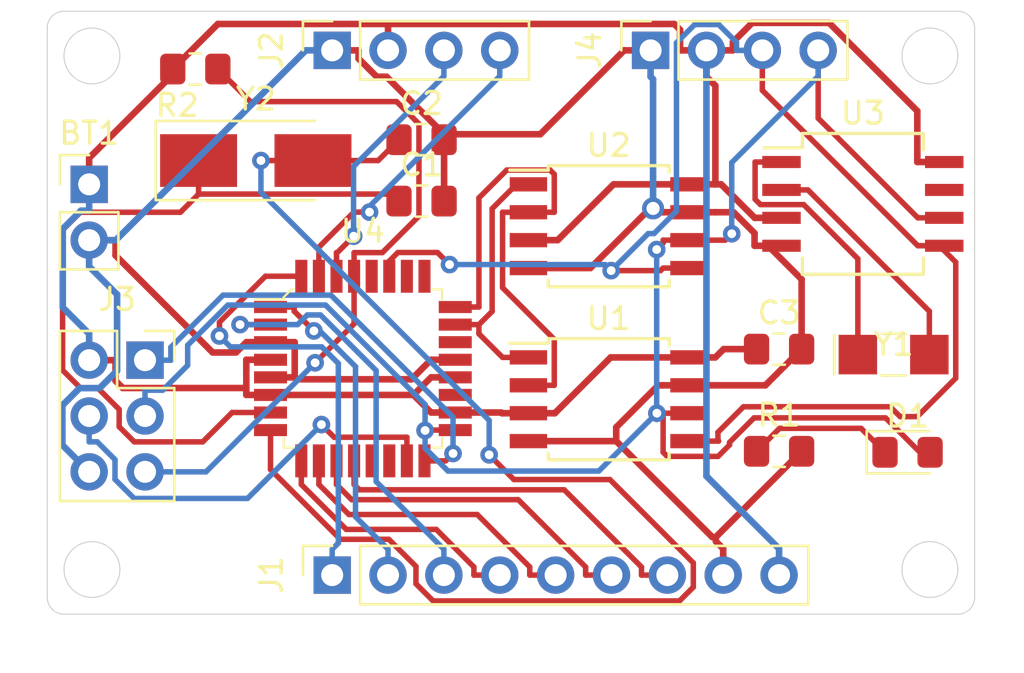
<source format=kicad_pcb>
(kicad_pcb (version 20171130) (host pcbnew "(5.1.4)-1")

  (general
    (thickness 1.6)
    (drawings 12)
    (tracks 374)
    (zones 0)
    (modules 17)
    (nets 32)
  )

  (page A4)
  (title_block
    (title Project_3_BACEE)
    (date 2019-09-21)
    (rev v1.0)
    (company "Future tehcnological solutions SIA")
    (comment 1 www.ftechnologicals.com)
    (comment 2 "Janis Henins")
  )

  (layers
    (0 F.Cu signal)
    (1 In1.Cu power)
    (2 In2.Cu power)
    (31 B.Cu signal)
    (32 B.Adhes user)
    (33 F.Adhes user)
    (34 B.Paste user)
    (35 F.Paste user)
    (36 B.SilkS user)
    (37 F.SilkS user)
    (38 B.Mask user)
    (39 F.Mask user)
    (40 Dwgs.User user)
    (41 Cmts.User user)
    (42 Eco1.User user)
    (43 Eco2.User user)
    (44 Edge.Cuts user)
    (45 Margin user)
    (46 B.CrtYd user)
    (47 F.CrtYd user)
    (48 B.Fab user)
    (49 F.Fab user)
  )

  (setup
    (last_trace_width 0.25)
    (user_trace_width 0.3)
    (trace_clearance 0.2)
    (zone_clearance 0.508)
    (zone_45_only no)
    (trace_min 0.2)
    (via_size 0.8)
    (via_drill 0.4)
    (via_min_size 0.4)
    (via_min_drill 0.3)
    (user_via 1 0.6)
    (uvia_size 0.3)
    (uvia_drill 0.1)
    (uvias_allowed no)
    (uvia_min_size 0.2)
    (uvia_min_drill 0.1)
    (edge_width 0.05)
    (segment_width 0.2)
    (pcb_text_width 0.3)
    (pcb_text_size 1.5 1.5)
    (mod_edge_width 0.12)
    (mod_text_size 1 1)
    (mod_text_width 0.15)
    (pad_size 1.524 1.524)
    (pad_drill 0.762)
    (pad_to_mask_clearance 0.051)
    (solder_mask_min_width 0.25)
    (aux_axis_origin 0 0)
    (visible_elements 7FFFFFFF)
    (pcbplotparams
      (layerselection 0x010fc_ffffffff)
      (usegerberextensions false)
      (usegerberattributes false)
      (usegerberadvancedattributes false)
      (creategerberjobfile false)
      (excludeedgelayer true)
      (linewidth 0.100000)
      (plotframeref false)
      (viasonmask false)
      (mode 1)
      (useauxorigin false)
      (hpglpennumber 1)
      (hpglpenspeed 20)
      (hpglpendiameter 15.000000)
      (psnegative false)
      (psa4output false)
      (plotreference true)
      (plotvalue true)
      (plotinvisibletext false)
      (padsonsilk false)
      (subtractmaskfromsilk false)
      (outputformat 1)
      (mirror false)
      (drillshape 1)
      (scaleselection 1)
      (outputdirectory ""))
  )

  (net 0 "")
  (net 1 /Vcc)
  (net 2 GNDPWR)
  (net 3 "Net-(C1-Pad1)")
  (net 4 "Net-(C2-Pad1)")
  (net 5 "Net-(D1-Pad1)")
  (net 6 /SCK)
  (net 7 /D2)
  (net 8 /D3)
  (net 9 /D4)
  (net 10 /D5)
  (net 11 /D6)
  (net 12 /D7)
  (net 13 /D8)
  (net 14 /TX)
  (net 15 /RX)
  (net 16 /MISO)
  (net 17 /MOSI)
  (net 18 /RST)
  (net 19 /SDA)
  (net 20 /ADDS1)
  (net 21 /ADDS2)
  (net 22 "Net-(U3-Pad1)")
  (net 23 "Net-(U3-Pad2)")
  (net 24 "Net-(U3-Pad7)")
  (net 25 "Net-(U4-Pad13)")
  (net 26 "Net-(U4-Pad14)")
  (net 27 "Net-(U4-Pad19)")
  (net 28 "Net-(U4-Pad22)")
  (net 29 "Net-(U4-Pad25)")
  (net 30 "Net-(U4-Pad26)")
  (net 31 "Net-(U4-Pad28)")

  (net_class Default "This is the default net class."
    (clearance 0.2)
    (trace_width 0.25)
    (via_dia 0.8)
    (via_drill 0.4)
    (uvia_dia 0.3)
    (uvia_drill 0.1)
    (add_net /ADDS1)
    (add_net /ADDS2)
    (add_net /D2)
    (add_net /D3)
    (add_net /D4)
    (add_net /D5)
    (add_net /D6)
    (add_net /D7)
    (add_net /D8)
    (add_net /MISO)
    (add_net /MOSI)
    (add_net /RST)
    (add_net /RX)
    (add_net /SCK)
    (add_net /SDA)
    (add_net /TX)
    (add_net "Net-(C1-Pad1)")
    (add_net "Net-(C2-Pad1)")
    (add_net "Net-(D1-Pad1)")
    (add_net "Net-(U3-Pad1)")
    (add_net "Net-(U3-Pad2)")
    (add_net "Net-(U3-Pad7)")
    (add_net "Net-(U4-Pad13)")
    (add_net "Net-(U4-Pad14)")
    (add_net "Net-(U4-Pad19)")
    (add_net "Net-(U4-Pad22)")
    (add_net "Net-(U4-Pad25)")
    (add_net "Net-(U4-Pad26)")
    (add_net "Net-(U4-Pad28)")
  )

  (net_class Power ""
    (clearance 0.2)
    (trace_width 0.3)
    (via_dia 1)
    (via_drill 0.6)
    (uvia_dia 0.3)
    (uvia_drill 0.1)
    (add_net /Vcc)
    (add_net GNDPWR)
  )

  (module Connector_PinHeader_2.54mm:PinHeader_1x02_P2.54mm_Vertical (layer F.Cu) (tedit 59FED5CC) (tstamp 5D861D75)
    (at 112.903 93.98)
    (descr "Through hole straight pin header, 1x02, 2.54mm pitch, single row")
    (tags "Through hole pin header THT 1x02 2.54mm single row")
    (path /5D8368FA)
    (fp_text reference BT1 (at 0 -2.33) (layer F.SilkS)
      (effects (font (size 1 1) (thickness 0.15)))
    )
    (fp_text value "Battery 3V" (at 0 4.87) (layer F.Fab)
      (effects (font (size 1 1) (thickness 0.15)))
    )
    (fp_line (start -0.635 -1.27) (end 1.27 -1.27) (layer F.Fab) (width 0.1))
    (fp_line (start 1.27 -1.27) (end 1.27 3.81) (layer F.Fab) (width 0.1))
    (fp_line (start 1.27 3.81) (end -1.27 3.81) (layer F.Fab) (width 0.1))
    (fp_line (start -1.27 3.81) (end -1.27 -0.635) (layer F.Fab) (width 0.1))
    (fp_line (start -1.27 -0.635) (end -0.635 -1.27) (layer F.Fab) (width 0.1))
    (fp_line (start -1.33 3.87) (end 1.33 3.87) (layer F.SilkS) (width 0.12))
    (fp_line (start -1.33 1.27) (end -1.33 3.87) (layer F.SilkS) (width 0.12))
    (fp_line (start 1.33 1.27) (end 1.33 3.87) (layer F.SilkS) (width 0.12))
    (fp_line (start -1.33 1.27) (end 1.33 1.27) (layer F.SilkS) (width 0.12))
    (fp_line (start -1.33 0) (end -1.33 -1.33) (layer F.SilkS) (width 0.12))
    (fp_line (start -1.33 -1.33) (end 0 -1.33) (layer F.SilkS) (width 0.12))
    (fp_line (start -1.8 -1.8) (end -1.8 4.35) (layer F.CrtYd) (width 0.05))
    (fp_line (start -1.8 4.35) (end 1.8 4.35) (layer F.CrtYd) (width 0.05))
    (fp_line (start 1.8 4.35) (end 1.8 -1.8) (layer F.CrtYd) (width 0.05))
    (fp_line (start 1.8 -1.8) (end -1.8 -1.8) (layer F.CrtYd) (width 0.05))
    (fp_text user %R (at 0 1.27 90) (layer F.Fab)
      (effects (font (size 1 1) (thickness 0.15)))
    )
    (pad 1 thru_hole rect (at 0 0) (size 1.7 1.7) (drill 1) (layers *.Cu *.Mask)
      (net 1 /Vcc))
    (pad 2 thru_hole oval (at 0 2.54) (size 1.7 1.7) (drill 1) (layers *.Cu *.Mask)
      (net 2 GNDPWR))
    (model ${KISYS3DMOD}/Connector_PinHeader_2.54mm.3dshapes/PinHeader_1x02_P2.54mm_Vertical.wrl
      (at (xyz 0 0 0))
      (scale (xyz 1 1 1))
      (rotate (xyz 0 0 0))
    )
  )

  (module Capacitor_SMD:C_0805_2012Metric_Pad1.15x1.40mm_HandSolder (layer F.Cu) (tedit 5B36C52B) (tstamp 5D861D86)
    (at 128.016 94.742)
    (descr "Capacitor SMD 0805 (2012 Metric), square (rectangular) end terminal, IPC_7351 nominal with elongated pad for handsoldering. (Body size source: https://docs.google.com/spreadsheets/d/1BsfQQcO9C6DZCsRaXUlFlo91Tg2WpOkGARC1WS5S8t0/edit?usp=sharing), generated with kicad-footprint-generator")
    (tags "capacitor handsolder")
    (path /5D837139)
    (attr smd)
    (fp_text reference C1 (at 0 -1.65) (layer F.SilkS)
      (effects (font (size 1 1) (thickness 0.15)))
    )
    (fp_text value 22pF (at 0 1.65) (layer F.Fab)
      (effects (font (size 1 1) (thickness 0.15)))
    )
    (fp_line (start -1 0.6) (end -1 -0.6) (layer F.Fab) (width 0.1))
    (fp_line (start -1 -0.6) (end 1 -0.6) (layer F.Fab) (width 0.1))
    (fp_line (start 1 -0.6) (end 1 0.6) (layer F.Fab) (width 0.1))
    (fp_line (start 1 0.6) (end -1 0.6) (layer F.Fab) (width 0.1))
    (fp_line (start -0.261252 -0.71) (end 0.261252 -0.71) (layer F.SilkS) (width 0.12))
    (fp_line (start -0.261252 0.71) (end 0.261252 0.71) (layer F.SilkS) (width 0.12))
    (fp_line (start -1.85 0.95) (end -1.85 -0.95) (layer F.CrtYd) (width 0.05))
    (fp_line (start -1.85 -0.95) (end 1.85 -0.95) (layer F.CrtYd) (width 0.05))
    (fp_line (start 1.85 -0.95) (end 1.85 0.95) (layer F.CrtYd) (width 0.05))
    (fp_line (start 1.85 0.95) (end -1.85 0.95) (layer F.CrtYd) (width 0.05))
    (fp_text user %R (at 0 0) (layer F.Fab)
      (effects (font (size 0.5 0.5) (thickness 0.08)))
    )
    (pad 1 smd roundrect (at -1.025 0) (size 1.15 1.4) (layers F.Cu F.Paste F.Mask) (roundrect_rratio 0.217391)
      (net 3 "Net-(C1-Pad1)"))
    (pad 2 smd roundrect (at 1.025 0) (size 1.15 1.4) (layers F.Cu F.Paste F.Mask) (roundrect_rratio 0.217391)
      (net 2 GNDPWR))
    (model ${KISYS3DMOD}/Capacitor_SMD.3dshapes/C_0805_2012Metric.wrl
      (at (xyz 0 0 0))
      (scale (xyz 1 1 1))
      (rotate (xyz 0 0 0))
    )
  )

  (module Capacitor_SMD:C_0805_2012Metric_Pad1.15x1.40mm_HandSolder (layer F.Cu) (tedit 5B36C52B) (tstamp 5D861D97)
    (at 128.016 91.948)
    (descr "Capacitor SMD 0805 (2012 Metric), square (rectangular) end terminal, IPC_7351 nominal with elongated pad for handsoldering. (Body size source: https://docs.google.com/spreadsheets/d/1BsfQQcO9C6DZCsRaXUlFlo91Tg2WpOkGARC1WS5S8t0/edit?usp=sharing), generated with kicad-footprint-generator")
    (tags "capacitor handsolder")
    (path /5D837758)
    (attr smd)
    (fp_text reference C2 (at 0 -1.65) (layer F.SilkS)
      (effects (font (size 1 1) (thickness 0.15)))
    )
    (fp_text value 22pF (at 0 1.65) (layer F.Fab)
      (effects (font (size 1 1) (thickness 0.15)))
    )
    (fp_line (start -1 0.6) (end -1 -0.6) (layer F.Fab) (width 0.1))
    (fp_line (start -1 -0.6) (end 1 -0.6) (layer F.Fab) (width 0.1))
    (fp_line (start 1 -0.6) (end 1 0.6) (layer F.Fab) (width 0.1))
    (fp_line (start 1 0.6) (end -1 0.6) (layer F.Fab) (width 0.1))
    (fp_line (start -0.261252 -0.71) (end 0.261252 -0.71) (layer F.SilkS) (width 0.12))
    (fp_line (start -0.261252 0.71) (end 0.261252 0.71) (layer F.SilkS) (width 0.12))
    (fp_line (start -1.85 0.95) (end -1.85 -0.95) (layer F.CrtYd) (width 0.05))
    (fp_line (start -1.85 -0.95) (end 1.85 -0.95) (layer F.CrtYd) (width 0.05))
    (fp_line (start 1.85 -0.95) (end 1.85 0.95) (layer F.CrtYd) (width 0.05))
    (fp_line (start 1.85 0.95) (end -1.85 0.95) (layer F.CrtYd) (width 0.05))
    (fp_text user %R (at 0 0) (layer F.Fab)
      (effects (font (size 0.5 0.5) (thickness 0.08)))
    )
    (pad 1 smd roundrect (at -1.025 0) (size 1.15 1.4) (layers F.Cu F.Paste F.Mask) (roundrect_rratio 0.217391)
      (net 4 "Net-(C2-Pad1)"))
    (pad 2 smd roundrect (at 1.025 0) (size 1.15 1.4) (layers F.Cu F.Paste F.Mask) (roundrect_rratio 0.217391)
      (net 2 GNDPWR))
    (model ${KISYS3DMOD}/Capacitor_SMD.3dshapes/C_0805_2012Metric.wrl
      (at (xyz 0 0 0))
      (scale (xyz 1 1 1))
      (rotate (xyz 0 0 0))
    )
  )

  (module Capacitor_SMD:C_0805_2012Metric_Pad1.15x1.40mm_HandSolder (layer F.Cu) (tedit 5B36C52B) (tstamp 5D861DA8)
    (at 144.272 101.477)
    (descr "Capacitor SMD 0805 (2012 Metric), square (rectangular) end terminal, IPC_7351 nominal with elongated pad for handsoldering. (Body size source: https://docs.google.com/spreadsheets/d/1BsfQQcO9C6DZCsRaXUlFlo91Tg2WpOkGARC1WS5S8t0/edit?usp=sharing), generated with kicad-footprint-generator")
    (tags "capacitor handsolder")
    (path /5D837C3D)
    (attr smd)
    (fp_text reference C3 (at 0 -1.65) (layer F.SilkS)
      (effects (font (size 1 1) (thickness 0.15)))
    )
    (fp_text value 10uF (at 0 1.65) (layer F.Fab)
      (effects (font (size 1 1) (thickness 0.15)))
    )
    (fp_text user %R (at 0 0) (layer F.Fab)
      (effects (font (size 0.5 0.5) (thickness 0.08)))
    )
    (fp_line (start 1.85 0.95) (end -1.85 0.95) (layer F.CrtYd) (width 0.05))
    (fp_line (start 1.85 -0.95) (end 1.85 0.95) (layer F.CrtYd) (width 0.05))
    (fp_line (start -1.85 -0.95) (end 1.85 -0.95) (layer F.CrtYd) (width 0.05))
    (fp_line (start -1.85 0.95) (end -1.85 -0.95) (layer F.CrtYd) (width 0.05))
    (fp_line (start -0.261252 0.71) (end 0.261252 0.71) (layer F.SilkS) (width 0.12))
    (fp_line (start -0.261252 -0.71) (end 0.261252 -0.71) (layer F.SilkS) (width 0.12))
    (fp_line (start 1 0.6) (end -1 0.6) (layer F.Fab) (width 0.1))
    (fp_line (start 1 -0.6) (end 1 0.6) (layer F.Fab) (width 0.1))
    (fp_line (start -1 -0.6) (end 1 -0.6) (layer F.Fab) (width 0.1))
    (fp_line (start -1 0.6) (end -1 -0.6) (layer F.Fab) (width 0.1))
    (pad 2 smd roundrect (at 1.025 0) (size 1.15 1.4) (layers F.Cu F.Paste F.Mask) (roundrect_rratio 0.217391)
      (net 2 GNDPWR))
    (pad 1 smd roundrect (at -1.025 0) (size 1.15 1.4) (layers F.Cu F.Paste F.Mask) (roundrect_rratio 0.217391)
      (net 1 /Vcc))
    (model ${KISYS3DMOD}/Capacitor_SMD.3dshapes/C_0805_2012Metric.wrl
      (at (xyz 0 0 0))
      (scale (xyz 1 1 1))
      (rotate (xyz 0 0 0))
    )
  )

  (module LED_SMD:LED_0805_2012Metric_Pad1.15x1.40mm_HandSolder (layer F.Cu) (tedit 5B4B45C9) (tstamp 5D861DBB)
    (at 150.114 106.172)
    (descr "LED SMD 0805 (2012 Metric), square (rectangular) end terminal, IPC_7351 nominal, (Body size source: https://docs.google.com/spreadsheets/d/1BsfQQcO9C6DZCsRaXUlFlo91Tg2WpOkGARC1WS5S8t0/edit?usp=sharing), generated with kicad-footprint-generator")
    (tags "LED handsolder")
    (path /5D8380C0)
    (attr smd)
    (fp_text reference D1 (at 0 -1.65) (layer F.SilkS)
      (effects (font (size 1 1) (thickness 0.15)))
    )
    (fp_text value LED (at 0 1.65) (layer F.Fab)
      (effects (font (size 1 1) (thickness 0.15)))
    )
    (fp_line (start 1 -0.6) (end -0.7 -0.6) (layer F.Fab) (width 0.1))
    (fp_line (start -0.7 -0.6) (end -1 -0.3) (layer F.Fab) (width 0.1))
    (fp_line (start -1 -0.3) (end -1 0.6) (layer F.Fab) (width 0.1))
    (fp_line (start -1 0.6) (end 1 0.6) (layer F.Fab) (width 0.1))
    (fp_line (start 1 0.6) (end 1 -0.6) (layer F.Fab) (width 0.1))
    (fp_line (start 1 -0.96) (end -1.86 -0.96) (layer F.SilkS) (width 0.12))
    (fp_line (start -1.86 -0.96) (end -1.86 0.96) (layer F.SilkS) (width 0.12))
    (fp_line (start -1.86 0.96) (end 1 0.96) (layer F.SilkS) (width 0.12))
    (fp_line (start -1.85 0.95) (end -1.85 -0.95) (layer F.CrtYd) (width 0.05))
    (fp_line (start -1.85 -0.95) (end 1.85 -0.95) (layer F.CrtYd) (width 0.05))
    (fp_line (start 1.85 -0.95) (end 1.85 0.95) (layer F.CrtYd) (width 0.05))
    (fp_line (start 1.85 0.95) (end -1.85 0.95) (layer F.CrtYd) (width 0.05))
    (fp_text user %R (at 0 0) (layer F.Fab)
      (effects (font (size 0.5 0.5) (thickness 0.08)))
    )
    (pad 1 smd roundrect (at -1.025 0) (size 1.15 1.4) (layers F.Cu F.Paste F.Mask) (roundrect_rratio 0.217391)
      (net 5 "Net-(D1-Pad1)"))
    (pad 2 smd roundrect (at 1.025 0) (size 1.15 1.4) (layers F.Cu F.Paste F.Mask) (roundrect_rratio 0.217391)
      (net 6 /SCK))
    (model ${KISYS3DMOD}/LED_SMD.3dshapes/LED_0805_2012Metric.wrl
      (at (xyz 0 0 0))
      (scale (xyz 1 1 1))
      (rotate (xyz 0 0 0))
    )
  )

  (module Connector_PinSocket_2.54mm:PinSocket_1x09_P2.54mm_Vertical (layer F.Cu) (tedit 5A19A431) (tstamp 5D861DD8)
    (at 123.952 111.76 90)
    (descr "Through hole straight socket strip, 1x09, 2.54mm pitch, single row (from Kicad 4.0.7), script generated")
    (tags "Through hole socket strip THT 1x09 2.54mm single row")
    (path /5D83B0D5/5D8491A9)
    (fp_text reference J1 (at 0 -2.77 90) (layer F.SilkS)
      (effects (font (size 1 1) (thickness 0.15)))
    )
    (fp_text value "Digital pins" (at 0 23.09 90) (layer F.Fab)
      (effects (font (size 1 1) (thickness 0.15)))
    )
    (fp_line (start -1.27 -1.27) (end 0.635 -1.27) (layer F.Fab) (width 0.1))
    (fp_line (start 0.635 -1.27) (end 1.27 -0.635) (layer F.Fab) (width 0.1))
    (fp_line (start 1.27 -0.635) (end 1.27 21.59) (layer F.Fab) (width 0.1))
    (fp_line (start 1.27 21.59) (end -1.27 21.59) (layer F.Fab) (width 0.1))
    (fp_line (start -1.27 21.59) (end -1.27 -1.27) (layer F.Fab) (width 0.1))
    (fp_line (start -1.33 1.27) (end 1.33 1.27) (layer F.SilkS) (width 0.12))
    (fp_line (start -1.33 1.27) (end -1.33 21.65) (layer F.SilkS) (width 0.12))
    (fp_line (start -1.33 21.65) (end 1.33 21.65) (layer F.SilkS) (width 0.12))
    (fp_line (start 1.33 1.27) (end 1.33 21.65) (layer F.SilkS) (width 0.12))
    (fp_line (start 1.33 -1.33) (end 1.33 0) (layer F.SilkS) (width 0.12))
    (fp_line (start 0 -1.33) (end 1.33 -1.33) (layer F.SilkS) (width 0.12))
    (fp_line (start -1.8 -1.8) (end 1.75 -1.8) (layer F.CrtYd) (width 0.05))
    (fp_line (start 1.75 -1.8) (end 1.75 22.1) (layer F.CrtYd) (width 0.05))
    (fp_line (start 1.75 22.1) (end -1.8 22.1) (layer F.CrtYd) (width 0.05))
    (fp_line (start -1.8 22.1) (end -1.8 -1.8) (layer F.CrtYd) (width 0.05))
    (fp_text user %R (at 0 10.16) (layer F.Fab)
      (effects (font (size 1 1) (thickness 0.15)))
    )
    (pad 1 thru_hole rect (at 0 0 90) (size 1.7 1.7) (drill 1) (layers *.Cu *.Mask)
      (net 7 /D2))
    (pad 2 thru_hole oval (at 0 2.54 90) (size 1.7 1.7) (drill 1) (layers *.Cu *.Mask)
      (net 8 /D3))
    (pad 3 thru_hole oval (at 0 5.08 90) (size 1.7 1.7) (drill 1) (layers *.Cu *.Mask)
      (net 9 /D4))
    (pad 4 thru_hole oval (at 0 7.62 90) (size 1.7 1.7) (drill 1) (layers *.Cu *.Mask)
      (net 10 /D5))
    (pad 5 thru_hole oval (at 0 10.16 90) (size 1.7 1.7) (drill 1) (layers *.Cu *.Mask)
      (net 11 /D6))
    (pad 6 thru_hole oval (at 0 12.7 90) (size 1.7 1.7) (drill 1) (layers *.Cu *.Mask)
      (net 12 /D7))
    (pad 7 thru_hole oval (at 0 15.24 90) (size 1.7 1.7) (drill 1) (layers *.Cu *.Mask)
      (net 13 /D8))
    (pad 8 thru_hole oval (at 0 17.78 90) (size 1.7 1.7) (drill 1) (layers *.Cu *.Mask)
      (net 2 GNDPWR))
    (pad 9 thru_hole oval (at 0 20.32 90) (size 1.7 1.7) (drill 1) (layers *.Cu *.Mask)
      (net 1 /Vcc))
    (model ${KISYS3DMOD}/Connector_PinSocket_2.54mm.3dshapes/PinSocket_1x09_P2.54mm_Vertical.wrl
      (at (xyz 0 0 0))
      (scale (xyz 1 1 1))
      (rotate (xyz 0 0 0))
    )
  )

  (module Connector_PinSocket_2.54mm:PinSocket_1x04_P2.54mm_Vertical (layer F.Cu) (tedit 5A19A429) (tstamp 5D861DF0)
    (at 123.952 87.884 90)
    (descr "Through hole straight socket strip, 1x04, 2.54mm pitch, single row (from Kicad 4.0.7), script generated")
    (tags "Through hole socket strip THT 1x04 2.54mm single row")
    (path /5D83B0D5/5D848B48)
    (fp_text reference J2 (at 0 -2.77 90) (layer F.SilkS)
      (effects (font (size 1 1) (thickness 0.15)))
    )
    (fp_text value Serial (at 0 10.39 90) (layer F.Fab)
      (effects (font (size 1 1) (thickness 0.15)))
    )
    (fp_text user %R (at 0 3.81) (layer F.Fab)
      (effects (font (size 1 1) (thickness 0.15)))
    )
    (fp_line (start -1.8 9.4) (end -1.8 -1.8) (layer F.CrtYd) (width 0.05))
    (fp_line (start 1.75 9.4) (end -1.8 9.4) (layer F.CrtYd) (width 0.05))
    (fp_line (start 1.75 -1.8) (end 1.75 9.4) (layer F.CrtYd) (width 0.05))
    (fp_line (start -1.8 -1.8) (end 1.75 -1.8) (layer F.CrtYd) (width 0.05))
    (fp_line (start 0 -1.33) (end 1.33 -1.33) (layer F.SilkS) (width 0.12))
    (fp_line (start 1.33 -1.33) (end 1.33 0) (layer F.SilkS) (width 0.12))
    (fp_line (start 1.33 1.27) (end 1.33 8.95) (layer F.SilkS) (width 0.12))
    (fp_line (start -1.33 8.95) (end 1.33 8.95) (layer F.SilkS) (width 0.12))
    (fp_line (start -1.33 1.27) (end -1.33 8.95) (layer F.SilkS) (width 0.12))
    (fp_line (start -1.33 1.27) (end 1.33 1.27) (layer F.SilkS) (width 0.12))
    (fp_line (start -1.27 8.89) (end -1.27 -1.27) (layer F.Fab) (width 0.1))
    (fp_line (start 1.27 8.89) (end -1.27 8.89) (layer F.Fab) (width 0.1))
    (fp_line (start 1.27 -0.635) (end 1.27 8.89) (layer F.Fab) (width 0.1))
    (fp_line (start 0.635 -1.27) (end 1.27 -0.635) (layer F.Fab) (width 0.1))
    (fp_line (start -1.27 -1.27) (end 0.635 -1.27) (layer F.Fab) (width 0.1))
    (pad 4 thru_hole oval (at 0 7.62 90) (size 1.7 1.7) (drill 1) (layers *.Cu *.Mask)
      (net 14 /TX))
    (pad 3 thru_hole oval (at 0 5.08 90) (size 1.7 1.7) (drill 1) (layers *.Cu *.Mask)
      (net 15 /RX))
    (pad 2 thru_hole oval (at 0 2.54 90) (size 1.7 1.7) (drill 1) (layers *.Cu *.Mask)
      (net 1 /Vcc))
    (pad 1 thru_hole rect (at 0 0 90) (size 1.7 1.7) (drill 1) (layers *.Cu *.Mask)
      (net 2 GNDPWR))
    (model ${KISYS3DMOD}/Connector_PinSocket_2.54mm.3dshapes/PinSocket_1x04_P2.54mm_Vertical.wrl
      (at (xyz 0 0 0))
      (scale (xyz 1 1 1))
      (rotate (xyz 0 0 0))
    )
  )

  (module Connector_PinSocket_2.54mm:PinSocket_2x03_P2.54mm_Vertical (layer F.Cu) (tedit 5A19A425) (tstamp 5D861E0C)
    (at 115.443 101.981)
    (descr "Through hole straight socket strip, 2x03, 2.54mm pitch, double cols (from Kicad 4.0.7), script generated")
    (tags "Through hole socket strip THT 2x03 2.54mm double row")
    (path /5D83B0D5/5D848220)
    (fp_text reference J3 (at -1.27 -2.77) (layer F.SilkS)
      (effects (font (size 1 1) (thickness 0.15)))
    )
    (fp_text value ICSP (at -1.27 7.85) (layer F.Fab)
      (effects (font (size 1 1) (thickness 0.15)))
    )
    (fp_line (start -3.81 -1.27) (end 0.27 -1.27) (layer F.Fab) (width 0.1))
    (fp_line (start 0.27 -1.27) (end 1.27 -0.27) (layer F.Fab) (width 0.1))
    (fp_line (start 1.27 -0.27) (end 1.27 6.35) (layer F.Fab) (width 0.1))
    (fp_line (start 1.27 6.35) (end -3.81 6.35) (layer F.Fab) (width 0.1))
    (fp_line (start -3.81 6.35) (end -3.81 -1.27) (layer F.Fab) (width 0.1))
    (fp_line (start -3.87 -1.33) (end -1.27 -1.33) (layer F.SilkS) (width 0.12))
    (fp_line (start -3.87 -1.33) (end -3.87 6.41) (layer F.SilkS) (width 0.12))
    (fp_line (start -3.87 6.41) (end 1.33 6.41) (layer F.SilkS) (width 0.12))
    (fp_line (start 1.33 1.27) (end 1.33 6.41) (layer F.SilkS) (width 0.12))
    (fp_line (start -1.27 1.27) (end 1.33 1.27) (layer F.SilkS) (width 0.12))
    (fp_line (start -1.27 -1.33) (end -1.27 1.27) (layer F.SilkS) (width 0.12))
    (fp_line (start 1.33 -1.33) (end 1.33 0) (layer F.SilkS) (width 0.12))
    (fp_line (start 0 -1.33) (end 1.33 -1.33) (layer F.SilkS) (width 0.12))
    (fp_line (start -4.34 -1.8) (end 1.76 -1.8) (layer F.CrtYd) (width 0.05))
    (fp_line (start 1.76 -1.8) (end 1.76 6.85) (layer F.CrtYd) (width 0.05))
    (fp_line (start 1.76 6.85) (end -4.34 6.85) (layer F.CrtYd) (width 0.05))
    (fp_line (start -4.34 6.85) (end -4.34 -1.8) (layer F.CrtYd) (width 0.05))
    (fp_text user %R (at -1.27 2.54 90) (layer F.Fab)
      (effects (font (size 1 1) (thickness 0.15)))
    )
    (pad 1 thru_hole rect (at 0 0) (size 1.7 1.7) (drill 1) (layers *.Cu *.Mask)
      (net 16 /MISO))
    (pad 2 thru_hole oval (at -2.54 0) (size 1.7 1.7) (drill 1) (layers *.Cu *.Mask)
      (net 1 /Vcc))
    (pad 3 thru_hole oval (at 0 2.54) (size 1.7 1.7) (drill 1) (layers *.Cu *.Mask)
      (net 6 /SCK))
    (pad 4 thru_hole oval (at -2.54 2.54) (size 1.7 1.7) (drill 1) (layers *.Cu *.Mask)
      (net 17 /MOSI))
    (pad 5 thru_hole oval (at 0 5.08) (size 1.7 1.7) (drill 1) (layers *.Cu *.Mask)
      (net 18 /RST))
    (pad 6 thru_hole oval (at -2.54 5.08) (size 1.7 1.7) (drill 1) (layers *.Cu *.Mask)
      (net 2 GNDPWR))
    (model ${KISYS3DMOD}/Connector_PinSocket_2.54mm.3dshapes/PinSocket_2x03_P2.54mm_Vertical.wrl
      (at (xyz 0 0 0))
      (scale (xyz 1 1 1))
      (rotate (xyz 0 0 0))
    )
  )

  (module Connector_PinSocket_2.54mm:PinSocket_1x04_P2.54mm_Vertical (layer F.Cu) (tedit 5A19A429) (tstamp 5D861E24)
    (at 138.43 87.884 90)
    (descr "Through hole straight socket strip, 1x04, 2.54mm pitch, single row (from Kicad 4.0.7), script generated")
    (tags "Through hole socket strip THT 1x04 2.54mm single row")
    (path /5D83B0D5/5D849E1D)
    (fp_text reference J4 (at 0 -2.77 90) (layer F.SilkS)
      (effects (font (size 1 1) (thickness 0.15)))
    )
    (fp_text value I2C (at 0 10.39 90) (layer F.Fab)
      (effects (font (size 1 1) (thickness 0.15)))
    )
    (fp_line (start -1.27 -1.27) (end 0.635 -1.27) (layer F.Fab) (width 0.1))
    (fp_line (start 0.635 -1.27) (end 1.27 -0.635) (layer F.Fab) (width 0.1))
    (fp_line (start 1.27 -0.635) (end 1.27 8.89) (layer F.Fab) (width 0.1))
    (fp_line (start 1.27 8.89) (end -1.27 8.89) (layer F.Fab) (width 0.1))
    (fp_line (start -1.27 8.89) (end -1.27 -1.27) (layer F.Fab) (width 0.1))
    (fp_line (start -1.33 1.27) (end 1.33 1.27) (layer F.SilkS) (width 0.12))
    (fp_line (start -1.33 1.27) (end -1.33 8.95) (layer F.SilkS) (width 0.12))
    (fp_line (start -1.33 8.95) (end 1.33 8.95) (layer F.SilkS) (width 0.12))
    (fp_line (start 1.33 1.27) (end 1.33 8.95) (layer F.SilkS) (width 0.12))
    (fp_line (start 1.33 -1.33) (end 1.33 0) (layer F.SilkS) (width 0.12))
    (fp_line (start 0 -1.33) (end 1.33 -1.33) (layer F.SilkS) (width 0.12))
    (fp_line (start -1.8 -1.8) (end 1.75 -1.8) (layer F.CrtYd) (width 0.05))
    (fp_line (start 1.75 -1.8) (end 1.75 9.4) (layer F.CrtYd) (width 0.05))
    (fp_line (start 1.75 9.4) (end -1.8 9.4) (layer F.CrtYd) (width 0.05))
    (fp_line (start -1.8 9.4) (end -1.8 -1.8) (layer F.CrtYd) (width 0.05))
    (fp_text user %R (at 0 3.81) (layer F.Fab)
      (effects (font (size 1 1) (thickness 0.15)))
    )
    (pad 1 thru_hole rect (at 0 0 90) (size 1.7 1.7) (drill 1) (layers *.Cu *.Mask)
      (net 2 GNDPWR))
    (pad 2 thru_hole oval (at 0 2.54 90) (size 1.7 1.7) (drill 1) (layers *.Cu *.Mask)
      (net 1 /Vcc))
    (pad 3 thru_hole oval (at 0 5.08 90) (size 1.7 1.7) (drill 1) (layers *.Cu *.Mask)
      (net 19 /SDA))
    (pad 4 thru_hole oval (at 0 7.62 90) (size 1.7 1.7) (drill 1) (layers *.Cu *.Mask)
      (net 6 /SCK))
    (model ${KISYS3DMOD}/Connector_PinSocket_2.54mm.3dshapes/PinSocket_1x04_P2.54mm_Vertical.wrl
      (at (xyz 0 0 0))
      (scale (xyz 1 1 1))
      (rotate (xyz 0 0 0))
    )
  )

  (module Resistor_SMD:R_0805_2012Metric_Pad1.15x1.40mm_HandSolder (layer F.Cu) (tedit 5B36C52B) (tstamp 5D861E35)
    (at 144.272 106.127)
    (descr "Resistor SMD 0805 (2012 Metric), square (rectangular) end terminal, IPC_7351 nominal with elongated pad for handsoldering. (Body size source: https://docs.google.com/spreadsheets/d/1BsfQQcO9C6DZCsRaXUlFlo91Tg2WpOkGARC1WS5S8t0/edit?usp=sharing), generated with kicad-footprint-generator")
    (tags "resistor handsolder")
    (path /5D8396B9)
    (attr smd)
    (fp_text reference R1 (at 0 -1.65) (layer F.SilkS)
      (effects (font (size 1 1) (thickness 0.15)))
    )
    (fp_text value 330R (at 0 1.65) (layer F.Fab)
      (effects (font (size 1 1) (thickness 0.15)))
    )
    (fp_line (start -1 0.6) (end -1 -0.6) (layer F.Fab) (width 0.1))
    (fp_line (start -1 -0.6) (end 1 -0.6) (layer F.Fab) (width 0.1))
    (fp_line (start 1 -0.6) (end 1 0.6) (layer F.Fab) (width 0.1))
    (fp_line (start 1 0.6) (end -1 0.6) (layer F.Fab) (width 0.1))
    (fp_line (start -0.261252 -0.71) (end 0.261252 -0.71) (layer F.SilkS) (width 0.12))
    (fp_line (start -0.261252 0.71) (end 0.261252 0.71) (layer F.SilkS) (width 0.12))
    (fp_line (start -1.85 0.95) (end -1.85 -0.95) (layer F.CrtYd) (width 0.05))
    (fp_line (start -1.85 -0.95) (end 1.85 -0.95) (layer F.CrtYd) (width 0.05))
    (fp_line (start 1.85 -0.95) (end 1.85 0.95) (layer F.CrtYd) (width 0.05))
    (fp_line (start 1.85 0.95) (end -1.85 0.95) (layer F.CrtYd) (width 0.05))
    (fp_text user %R (at 0 0) (layer F.Fab)
      (effects (font (size 0.5 0.5) (thickness 0.08)))
    )
    (pad 1 smd roundrect (at -1.025 0) (size 1.15 1.4) (layers F.Cu F.Paste F.Mask) (roundrect_rratio 0.217391)
      (net 5 "Net-(D1-Pad1)"))
    (pad 2 smd roundrect (at 1.025 0) (size 1.15 1.4) (layers F.Cu F.Paste F.Mask) (roundrect_rratio 0.217391)
      (net 2 GNDPWR))
    (model ${KISYS3DMOD}/Resistor_SMD.3dshapes/R_0805_2012Metric.wrl
      (at (xyz 0 0 0))
      (scale (xyz 1 1 1))
      (rotate (xyz 0 0 0))
    )
  )

  (module Resistor_SMD:R_0805_2012Metric_Pad1.15x1.40mm_HandSolder (layer F.Cu) (tedit 5B36C52B) (tstamp 5D861E46)
    (at 117.729 88.734 180)
    (descr "Resistor SMD 0805 (2012 Metric), square (rectangular) end terminal, IPC_7351 nominal with elongated pad for handsoldering. (Body size source: https://docs.google.com/spreadsheets/d/1BsfQQcO9C6DZCsRaXUlFlo91Tg2WpOkGARC1WS5S8t0/edit?usp=sharing), generated with kicad-footprint-generator")
    (tags "resistor handsolder")
    (path /5D839B71)
    (attr smd)
    (fp_text reference R2 (at 0.823811 -1.65) (layer F.SilkS)
      (effects (font (size 1 1) (thickness 0.15)))
    )
    (fp_text value 10k (at 0 1.65) (layer F.Fab)
      (effects (font (size 1 1) (thickness 0.15)))
    )
    (fp_text user %R (at 0 0) (layer F.Fab)
      (effects (font (size 0.5 0.5) (thickness 0.08)))
    )
    (fp_line (start 1.85 0.95) (end -1.85 0.95) (layer F.CrtYd) (width 0.05))
    (fp_line (start 1.85 -0.95) (end 1.85 0.95) (layer F.CrtYd) (width 0.05))
    (fp_line (start -1.85 -0.95) (end 1.85 -0.95) (layer F.CrtYd) (width 0.05))
    (fp_line (start -1.85 0.95) (end -1.85 -0.95) (layer F.CrtYd) (width 0.05))
    (fp_line (start -0.261252 0.71) (end 0.261252 0.71) (layer F.SilkS) (width 0.12))
    (fp_line (start -0.261252 -0.71) (end 0.261252 -0.71) (layer F.SilkS) (width 0.12))
    (fp_line (start 1 0.6) (end -1 0.6) (layer F.Fab) (width 0.1))
    (fp_line (start 1 -0.6) (end 1 0.6) (layer F.Fab) (width 0.1))
    (fp_line (start -1 -0.6) (end 1 -0.6) (layer F.Fab) (width 0.1))
    (fp_line (start -1 0.6) (end -1 -0.6) (layer F.Fab) (width 0.1))
    (pad 2 smd roundrect (at 1.025 0 180) (size 1.15 1.4) (layers F.Cu F.Paste F.Mask) (roundrect_rratio 0.217391)
      (net 1 /Vcc))
    (pad 1 smd roundrect (at -1.025 0 180) (size 1.15 1.4) (layers F.Cu F.Paste F.Mask) (roundrect_rratio 0.217391)
      (net 18 /RST))
    (model ${KISYS3DMOD}/Resistor_SMD.3dshapes/R_0805_2012Metric.wrl
      (at (xyz 0 0 0))
      (scale (xyz 1 1 1))
      (rotate (xyz 0 0 0))
    )
  )

  (module Package_SO:SOIJ-8_5.3x5.3mm_P1.27mm (layer F.Cu) (tedit 5A02F2D3) (tstamp 5D861E63)
    (at 136.525 103.759)
    (descr "8-Lead Plastic Small Outline (SM) - Medium, 5.28 mm Body [SOIC] (see Microchip Packaging Specification 00000049BS.pdf)")
    (tags "SOIC 1.27")
    (path /5D83A291)
    (attr smd)
    (fp_text reference U1 (at 0 -3.68) (layer F.SilkS)
      (effects (font (size 1 1) (thickness 0.15)))
    )
    (fp_text value 24LC1025 (at 0 3.68) (layer F.Fab)
      (effects (font (size 1 1) (thickness 0.15)))
    )
    (fp_text user %R (at 0 0) (layer F.Fab)
      (effects (font (size 1 1) (thickness 0.15)))
    )
    (fp_line (start -1.65 -2.65) (end 2.65 -2.65) (layer F.Fab) (width 0.15))
    (fp_line (start 2.65 -2.65) (end 2.65 2.65) (layer F.Fab) (width 0.15))
    (fp_line (start 2.65 2.65) (end -2.65 2.65) (layer F.Fab) (width 0.15))
    (fp_line (start -2.65 2.65) (end -2.65 -1.65) (layer F.Fab) (width 0.15))
    (fp_line (start -2.65 -1.65) (end -1.65 -2.65) (layer F.Fab) (width 0.15))
    (fp_line (start -4.75 -2.95) (end -4.75 2.95) (layer F.CrtYd) (width 0.05))
    (fp_line (start 4.75 -2.95) (end 4.75 2.95) (layer F.CrtYd) (width 0.05))
    (fp_line (start -4.75 -2.95) (end 4.75 -2.95) (layer F.CrtYd) (width 0.05))
    (fp_line (start -4.75 2.95) (end 4.75 2.95) (layer F.CrtYd) (width 0.05))
    (fp_line (start -2.75 -2.755) (end -2.75 -2.55) (layer F.SilkS) (width 0.15))
    (fp_line (start 2.75 -2.755) (end 2.75 -2.455) (layer F.SilkS) (width 0.15))
    (fp_line (start 2.75 2.755) (end 2.75 2.455) (layer F.SilkS) (width 0.15))
    (fp_line (start -2.75 2.755) (end -2.75 2.455) (layer F.SilkS) (width 0.15))
    (fp_line (start -2.75 -2.755) (end 2.75 -2.755) (layer F.SilkS) (width 0.15))
    (fp_line (start -2.75 2.755) (end 2.75 2.755) (layer F.SilkS) (width 0.15))
    (fp_line (start -2.75 -2.55) (end -4.5 -2.55) (layer F.SilkS) (width 0.15))
    (pad 1 smd rect (at -3.65 -1.905) (size 1.7 0.65) (layers F.Cu F.Paste F.Mask)
      (net 20 /ADDS1))
    (pad 2 smd rect (at -3.65 -0.635) (size 1.7 0.65) (layers F.Cu F.Paste F.Mask)
      (net 21 /ADDS2))
    (pad 3 smd rect (at -3.65 0.635) (size 1.7 0.65) (layers F.Cu F.Paste F.Mask)
      (net 1 /Vcc))
    (pad 4 smd rect (at -3.65 1.905) (size 1.7 0.65) (layers F.Cu F.Paste F.Mask)
      (net 2 GNDPWR))
    (pad 5 smd rect (at 3.65 1.905) (size 1.7 0.65) (layers F.Cu F.Paste F.Mask)
      (net 19 /SDA))
    (pad 6 smd rect (at 3.65 0.635) (size 1.7 0.65) (layers F.Cu F.Paste F.Mask)
      (net 6 /SCK))
    (pad 7 smd rect (at 3.65 -0.635) (size 1.7 0.65) (layers F.Cu F.Paste F.Mask)
      (net 2 GNDPWR))
    (pad 8 smd rect (at 3.65 -1.905) (size 1.7 0.65) (layers F.Cu F.Paste F.Mask)
      (net 1 /Vcc))
    (model ${KISYS3DMOD}/Package_SO.3dshapes/SOIJ-8_5.3x5.3mm_P1.27mm.wrl
      (at (xyz 0 0 0))
      (scale (xyz 1 1 1))
      (rotate (xyz 0 0 0))
    )
  )

  (module Package_SO:SOIJ-8_5.3x5.3mm_P1.27mm (layer F.Cu) (tedit 5A02F2D3) (tstamp 5D861E80)
    (at 136.525 95.885)
    (descr "8-Lead Plastic Small Outline (SM) - Medium, 5.28 mm Body [SOIC] (see Microchip Packaging Specification 00000049BS.pdf)")
    (tags "SOIC 1.27")
    (path /5D841166)
    (attr smd)
    (fp_text reference U2 (at 0 -3.68) (layer F.SilkS)
      (effects (font (size 1 1) (thickness 0.15)))
    )
    (fp_text value 24LC1025 (at 0 3.68) (layer F.Fab)
      (effects (font (size 1 1) (thickness 0.15)))
    )
    (fp_line (start -2.75 -2.55) (end -4.5 -2.55) (layer F.SilkS) (width 0.15))
    (fp_line (start -2.75 2.755) (end 2.75 2.755) (layer F.SilkS) (width 0.15))
    (fp_line (start -2.75 -2.755) (end 2.75 -2.755) (layer F.SilkS) (width 0.15))
    (fp_line (start -2.75 2.755) (end -2.75 2.455) (layer F.SilkS) (width 0.15))
    (fp_line (start 2.75 2.755) (end 2.75 2.455) (layer F.SilkS) (width 0.15))
    (fp_line (start 2.75 -2.755) (end 2.75 -2.455) (layer F.SilkS) (width 0.15))
    (fp_line (start -2.75 -2.755) (end -2.75 -2.55) (layer F.SilkS) (width 0.15))
    (fp_line (start -4.75 2.95) (end 4.75 2.95) (layer F.CrtYd) (width 0.05))
    (fp_line (start -4.75 -2.95) (end 4.75 -2.95) (layer F.CrtYd) (width 0.05))
    (fp_line (start 4.75 -2.95) (end 4.75 2.95) (layer F.CrtYd) (width 0.05))
    (fp_line (start -4.75 -2.95) (end -4.75 2.95) (layer F.CrtYd) (width 0.05))
    (fp_line (start -2.65 -1.65) (end -1.65 -2.65) (layer F.Fab) (width 0.15))
    (fp_line (start -2.65 2.65) (end -2.65 -1.65) (layer F.Fab) (width 0.15))
    (fp_line (start 2.65 2.65) (end -2.65 2.65) (layer F.Fab) (width 0.15))
    (fp_line (start 2.65 -2.65) (end 2.65 2.65) (layer F.Fab) (width 0.15))
    (fp_line (start -1.65 -2.65) (end 2.65 -2.65) (layer F.Fab) (width 0.15))
    (fp_text user %R (at 0 0) (layer F.Fab)
      (effects (font (size 1 1) (thickness 0.15)))
    )
    (pad 8 smd rect (at 3.65 -1.905) (size 1.7 0.65) (layers F.Cu F.Paste F.Mask)
      (net 1 /Vcc))
    (pad 7 smd rect (at 3.65 -0.635) (size 1.7 0.65) (layers F.Cu F.Paste F.Mask)
      (net 2 GNDPWR))
    (pad 6 smd rect (at 3.65 0.635) (size 1.7 0.65) (layers F.Cu F.Paste F.Mask)
      (net 6 /SCK))
    (pad 5 smd rect (at 3.65 1.905) (size 1.7 0.65) (layers F.Cu F.Paste F.Mask)
      (net 19 /SDA))
    (pad 4 smd rect (at -3.65 1.905) (size 1.7 0.65) (layers F.Cu F.Paste F.Mask)
      (net 2 GNDPWR))
    (pad 3 smd rect (at -3.65 0.635) (size 1.7 0.65) (layers F.Cu F.Paste F.Mask)
      (net 1 /Vcc))
    (pad 2 smd rect (at -3.65 -0.635) (size 1.7 0.65) (layers F.Cu F.Paste F.Mask)
      (net 21 /ADDS2))
    (pad 1 smd rect (at -3.65 -1.905) (size 1.7 0.65) (layers F.Cu F.Paste F.Mask)
      (net 20 /ADDS1))
    (model ${KISYS3DMOD}/Package_SO.3dshapes/SOIJ-8_5.3x5.3mm_P1.27mm.wrl
      (at (xyz 0 0 0))
      (scale (xyz 1 1 1))
      (rotate (xyz 0 0 0))
    )
  )

  (module Package_SO:SO-8_5.3x6.2mm_P1.27mm (layer F.Cu) (tedit 5A02F2D3) (tstamp 5D861E9D)
    (at 148.082 94.869)
    (descr "8-Lead Plastic Small Outline, 5.3x6.2mm Body (http://www.ti.com.cn/cn/lit/ds/symlink/tl7705a.pdf)")
    (tags "SOIC 1.27")
    (path /5D83D55D)
    (attr smd)
    (fp_text reference U3 (at 0 -4.13) (layer F.SilkS)
      (effects (font (size 1 1) (thickness 0.15)))
    )
    (fp_text value DS1337S+ (at 0 4.13) (layer F.Fab)
      (effects (font (size 1 1) (thickness 0.15)))
    )
    (fp_text user %R (at 0 0) (layer F.Fab)
      (effects (font (size 1 1) (thickness 0.15)))
    )
    (fp_line (start -1.65 -3.1) (end 2.65 -3.1) (layer F.Fab) (width 0.15))
    (fp_line (start 2.65 -3.1) (end 2.65 3.1) (layer F.Fab) (width 0.15))
    (fp_line (start 2.65 3.1) (end -2.65 3.1) (layer F.Fab) (width 0.15))
    (fp_line (start -2.65 3.1) (end -2.65 -2.1) (layer F.Fab) (width 0.15))
    (fp_line (start -2.65 -2.1) (end -1.65 -3.1) (layer F.Fab) (width 0.15))
    (fp_line (start -4.83 -3.35) (end -4.83 3.35) (layer F.CrtYd) (width 0.05))
    (fp_line (start 4.83 -3.35) (end 4.83 3.35) (layer F.CrtYd) (width 0.05))
    (fp_line (start -4.83 -3.35) (end 4.83 -3.35) (layer F.CrtYd) (width 0.05))
    (fp_line (start -4.83 3.35) (end 4.83 3.35) (layer F.CrtYd) (width 0.05))
    (fp_line (start -2.75 -3.205) (end -2.75 -2.55) (layer F.SilkS) (width 0.15))
    (fp_line (start 2.75 -3.205) (end 2.75 -2.455) (layer F.SilkS) (width 0.15))
    (fp_line (start 2.75 3.205) (end 2.75 2.455) (layer F.SilkS) (width 0.15))
    (fp_line (start -2.75 3.205) (end -2.75 2.455) (layer F.SilkS) (width 0.15))
    (fp_line (start -2.75 -3.205) (end 2.75 -3.205) (layer F.SilkS) (width 0.15))
    (fp_line (start -2.75 3.205) (end 2.75 3.205) (layer F.SilkS) (width 0.15))
    (fp_line (start -2.75 -2.55) (end -4.5 -2.55) (layer F.SilkS) (width 0.15))
    (pad 1 smd rect (at -3.7 -1.905) (size 1.75 0.55) (layers F.Cu F.Paste F.Mask)
      (net 22 "Net-(U3-Pad1)"))
    (pad 2 smd rect (at -3.7 -0.635) (size 1.75 0.55) (layers F.Cu F.Paste F.Mask)
      (net 23 "Net-(U3-Pad2)"))
    (pad 3 smd rect (at -3.7 0.635) (size 1.75 0.55) (layers F.Cu F.Paste F.Mask)
      (net 1 /Vcc))
    (pad 4 smd rect (at -3.7 1.905) (size 1.75 0.55) (layers F.Cu F.Paste F.Mask)
      (net 2 GNDPWR))
    (pad 5 smd rect (at 3.7 1.905) (size 1.75 0.55) (layers F.Cu F.Paste F.Mask)
      (net 19 /SDA))
    (pad 6 smd rect (at 3.7 0.635) (size 1.75 0.55) (layers F.Cu F.Paste F.Mask)
      (net 6 /SCK))
    (pad 7 smd rect (at 3.7 -0.635) (size 1.75 0.55) (layers F.Cu F.Paste F.Mask)
      (net 24 "Net-(U3-Pad7)"))
    (pad 8 smd rect (at 3.7 -1.905) (size 1.75 0.55) (layers F.Cu F.Paste F.Mask)
      (net 1 /Vcc))
    (model ${KISYS3DMOD}/Package_SO.3dshapes/SO-8_5.3x6.2mm_P1.27mm.wrl
      (at (xyz 0 0 0))
      (scale (xyz 1 1 1))
      (rotate (xyz 0 0 0))
    )
  )

  (module digikey-footprints:TQFP-32_7x7mm (layer F.Cu) (tedit 5D28AA5E) (tstamp 5D861ED5)
    (at 125.349 102.362)
    (descr http://www.atmel.com/Images/Atmel-8826-SEEPROM-PCB-Mounting-Guidelines-Surface-Mount-Packages-ApplicationNote.pdf)
    (path /5D839D67)
    (attr smd)
    (fp_text reference U4 (at 0 -6.25) (layer F.SilkS)
      (effects (font (size 1 1) (thickness 0.15)))
    )
    (fp_text value ATMEGA328P-AU (at 0 6.2) (layer F.Fab)
      (effects (font (size 1 1) (thickness 0.15)))
    )
    (fp_text user %R (at 0 0) (layer F.Fab)
      (effects (font (size 1 1) (thickness 0.15)))
    )
    (fp_line (start -5.2 5.2) (end 5.2 5.2) (layer F.CrtYd) (width 0.05))
    (fp_line (start -5.2 -5.2) (end -5.2 5.2) (layer F.CrtYd) (width 0.05))
    (fp_line (start 5.2 -5.2) (end 5.2 5.2) (layer F.CrtYd) (width 0.05))
    (fp_line (start -5.2 -5.2) (end 5.2 -5.2) (layer F.CrtYd) (width 0.05))
    (fp_line (start -3.15 -3.6) (end -3.25 -3.6) (layer F.SilkS) (width 0.1))
    (fp_line (start -3.25 -3.6) (end -3.6 -3.25) (layer F.SilkS) (width 0.1))
    (fp_line (start -3.6 -3.25) (end -3.6 -3.15) (layer F.SilkS) (width 0.1))
    (fp_line (start -3.6 -3.15) (end -4.9 -3.15) (layer F.SilkS) (width 0.1))
    (fp_line (start 3.6 -3.6) (end 3.15 -3.6) (layer F.SilkS) (width 0.1))
    (fp_line (start 3.6 -3.6) (end 3.6 -3.15) (layer F.SilkS) (width 0.1))
    (fp_line (start 3.6 3.6) (end 3.6 3.15) (layer F.SilkS) (width 0.1))
    (fp_line (start 3.6 3.6) (end 3.15 3.6) (layer F.SilkS) (width 0.1))
    (fp_line (start -3.6 3.6) (end -3.15 3.6) (layer F.SilkS) (width 0.1))
    (fp_line (start -3.6 3.6) (end -3.6 3.15) (layer F.SilkS) (width 0.1))
    (fp_line (start -3.5 -3.2) (end -3.5 3.5) (layer F.Fab) (width 0.1))
    (fp_line (start -3.2 -3.5) (end 3.5 -3.5) (layer F.Fab) (width 0.1))
    (fp_line (start -3.5 -3.2) (end -3.2 -3.5) (layer F.Fab) (width 0.1))
    (fp_line (start -3.5 3.5) (end 3.5 3.5) (layer F.Fab) (width 0.1))
    (fp_line (start 3.5 -3.5) (end 3.5 3.5) (layer F.Fab) (width 0.1))
    (pad 9 smd rect (at -2.8 4.2) (size 0.55 1.5) (layers F.Cu F.Paste F.Mask)
      (net 10 /D5))
    (pad 1 smd rect (at -4.2 -2.8) (size 1.5 0.55) (layers F.Cu F.Paste F.Mask)
      (net 8 /D3))
    (pad 2 smd rect (at -4.2 -2) (size 1.5 0.55) (layers F.Cu F.Paste F.Mask)
      (net 9 /D4))
    (pad 3 smd rect (at -4.2 -1.2) (size 1.5 0.55) (layers F.Cu F.Paste F.Mask)
      (net 2 GNDPWR))
    (pad 4 smd rect (at -4.2 -0.4) (size 1.5 0.55) (layers F.Cu F.Paste F.Mask)
      (net 1 /Vcc))
    (pad 5 smd rect (at -4.2 0.4) (size 1.5 0.55) (layers F.Cu F.Paste F.Mask)
      (net 2 GNDPWR))
    (pad 6 smd rect (at -4.2 1.2) (size 1.5 0.55) (layers F.Cu F.Paste F.Mask)
      (net 1 /Vcc))
    (pad 7 smd rect (at -4.2 2) (size 1.5 0.55) (layers F.Cu F.Paste F.Mask)
      (net 3 "Net-(C1-Pad1)"))
    (pad 8 smd rect (at -4.2 2.8) (size 1.5 0.55) (layers F.Cu F.Paste F.Mask)
      (net 4 "Net-(C2-Pad1)"))
    (pad 10 smd rect (at -2 4.2) (size 0.55 1.5) (layers F.Cu F.Paste F.Mask)
      (net 11 /D6))
    (pad 11 smd rect (at -1.2 4.2) (size 0.55 1.5) (layers F.Cu F.Paste F.Mask)
      (net 12 /D7))
    (pad 12 smd rect (at -0.4 4.2) (size 0.55 1.5) (layers F.Cu F.Paste F.Mask)
      (net 13 /D8))
    (pad 13 smd rect (at 0.4 4.2) (size 0.55 1.5) (layers F.Cu F.Paste F.Mask)
      (net 25 "Net-(U4-Pad13)"))
    (pad 14 smd rect (at 1.2 4.2) (size 0.55 1.5) (layers F.Cu F.Paste F.Mask)
      (net 26 "Net-(U4-Pad14)"))
    (pad 15 smd rect (at 2 4.2) (size 0.55 1.5) (layers F.Cu F.Paste F.Mask)
      (net 17 /MOSI))
    (pad 16 smd rect (at 2.8 4.2) (size 0.55 1.5) (layers F.Cu F.Paste F.Mask)
      (net 16 /MISO))
    (pad 17 smd rect (at 4.2 2.8) (size 1.5 0.55) (layers F.Cu F.Paste F.Mask)
      (net 6 /SCK))
    (pad 18 smd rect (at 4.2 2) (size 1.5 0.55) (layers F.Cu F.Paste F.Mask)
      (net 1 /Vcc))
    (pad 19 smd rect (at 4.2 1.2) (size 1.5 0.55) (layers F.Cu F.Paste F.Mask)
      (net 27 "Net-(U4-Pad19)"))
    (pad 20 smd rect (at 4.2 0.4) (size 1.5 0.55) (layers F.Cu F.Paste F.Mask)
      (net 1 /Vcc))
    (pad 21 smd rect (at 4.2 -0.4) (size 1.5 0.55) (layers F.Cu F.Paste F.Mask)
      (net 2 GNDPWR))
    (pad 22 smd rect (at 4.2 -1.2) (size 1.5 0.55) (layers F.Cu F.Paste F.Mask)
      (net 28 "Net-(U4-Pad22)"))
    (pad 23 smd rect (at 4.2 -2) (size 1.5 0.55) (layers F.Cu F.Paste F.Mask)
      (net 20 /ADDS1))
    (pad 24 smd rect (at 4.2 -2.8) (size 1.5 0.55) (layers F.Cu F.Paste F.Mask)
      (net 21 /ADDS2))
    (pad 25 smd rect (at 2.8 -4.2) (size 0.55 1.5) (layers F.Cu F.Paste F.Mask)
      (net 29 "Net-(U4-Pad25)"))
    (pad 26 smd rect (at 2 -4.2) (size 0.55 1.5) (layers F.Cu F.Paste F.Mask)
      (net 30 "Net-(U4-Pad26)"))
    (pad 27 smd rect (at 1.2 -4.2) (size 0.55 1.5) (layers F.Cu F.Paste F.Mask)
      (net 19 /SDA))
    (pad 28 smd rect (at 0.4 -4.2) (size 0.55 1.5) (layers F.Cu F.Paste F.Mask)
      (net 31 "Net-(U4-Pad28)"))
    (pad 29 smd rect (at -0.4 -4.2) (size 0.55 1.5) (layers F.Cu F.Paste F.Mask)
      (net 18 /RST))
    (pad 30 smd rect (at -1.2 -4.2) (size 0.55 1.5) (layers F.Cu F.Paste F.Mask)
      (net 15 /RX))
    (pad 31 smd rect (at -2 -4.2) (size 0.55 1.5) (layers F.Cu F.Paste F.Mask)
      (net 14 /TX))
    (pad 32 smd rect (at -2.8 -4.2) (size 0.55 1.5) (layers F.Cu F.Paste F.Mask)
      (net 7 /D2))
  )

  (module Crystal:Crystal_SMD_MicroCrystal_CC7V-T1A-2Pin_3.2x1.5mm_HandSoldering (layer F.Cu) (tedit 5A0FD1B2) (tstamp 5D861EE8)
    (at 149.479 101.727)
    (descr "SMD Crystal MicroCrystal CC7V-T1A/CM7V-T1A series http://www.microcrystal.com/images/_Product-Documentation/01_TF_ceramic_Packages/01_Datasheet/CC1V-T1A.pdf, hand-soldering, 3.2x1.5mm^2 package")
    (tags "SMD SMT crystal hand-soldering")
    (path /5D83E063)
    (attr smd)
    (fp_text reference Y1 (at 0 -0.467501) (layer F.SilkS)
      (effects (font (size 1 1) (thickness 0.15)))
    )
    (fp_text value "Crystal 32 MHz" (at 0 1.95) (layer F.Fab)
      (effects (font (size 1 1) (thickness 0.15)))
    )
    (fp_text user %R (at 0 0) (layer F.Fab)
      (effects (font (size 0.7 0.7) (thickness 0.105)))
    )
    (fp_line (start -1.6 -0.75) (end -1.6 0.75) (layer F.Fab) (width 0.1))
    (fp_line (start -1.6 0.75) (end 1.6 0.75) (layer F.Fab) (width 0.1))
    (fp_line (start 1.6 0.75) (end 1.6 -0.75) (layer F.Fab) (width 0.1))
    (fp_line (start 1.6 -0.75) (end -1.6 -0.75) (layer F.Fab) (width 0.1))
    (fp_line (start -1.6 0.25) (end -1.1 0.75) (layer F.Fab) (width 0.1))
    (fp_line (start -0.55 -0.95) (end 0.55 -0.95) (layer F.SilkS) (width 0.12))
    (fp_line (start -0.55 0.95) (end 0.55 0.95) (layer F.SilkS) (width 0.12))
    (fp_line (start -2.7 -0.9) (end -2.7 0.9) (layer F.SilkS) (width 0.12))
    (fp_line (start -2.8 -1.2) (end -2.8 1.2) (layer F.CrtYd) (width 0.05))
    (fp_line (start -2.8 1.2) (end 2.8 1.2) (layer F.CrtYd) (width 0.05))
    (fp_line (start 2.8 1.2) (end 2.8 -1.2) (layer F.CrtYd) (width 0.05))
    (fp_line (start 2.8 -1.2) (end -2.8 -1.2) (layer F.CrtYd) (width 0.05))
    (pad 1 smd rect (at -1.625 0) (size 1.75 1.8) (layers F.Cu F.Paste F.Mask)
      (net 22 "Net-(U3-Pad1)"))
    (pad 2 smd rect (at 1.625 0) (size 1.75 1.8) (layers F.Cu F.Paste F.Mask)
      (net 23 "Net-(U3-Pad2)"))
    (model ${KISYS3DMOD}/Crystal.3dshapes/Crystal_SMD_MicroCrystal_CC7V-T1A-2Pin_3.2x1.5mm_HandSoldering.wrl
      (at (xyz 0 0 0))
      (scale (xyz 1 1 1))
      (rotate (xyz 0 0 0))
    )
  )

  (module Crystal:Crystal_SMD_5032-2Pin_5.0x3.2mm_HandSoldering (layer F.Cu) (tedit 5A0FD1B2) (tstamp 5D861F03)
    (at 120.479 92.898)
    (descr "SMD Crystal SERIES SMD2520/2 http://www.icbase.com/File/PDF/HKC/HKC00061008.pdf, hand-soldering, 5.0x3.2mm^2 package")
    (tags "SMD SMT crystal hand-soldering")
    (path /5D83E859)
    (attr smd)
    (fp_text reference Y2 (at 0 -2.8) (layer F.SilkS)
      (effects (font (size 1 1) (thickness 0.15)))
    )
    (fp_text value "Crystal 16 MHz" (at 0 2.8) (layer F.Fab)
      (effects (font (size 1 1) (thickness 0.15)))
    )
    (fp_text user %R (at 0 0) (layer F.Fab)
      (effects (font (size 1 1) (thickness 0.15)))
    )
    (fp_line (start -2.3 -1.6) (end 2.3 -1.6) (layer F.Fab) (width 0.1))
    (fp_line (start 2.3 -1.6) (end 2.5 -1.4) (layer F.Fab) (width 0.1))
    (fp_line (start 2.5 -1.4) (end 2.5 1.4) (layer F.Fab) (width 0.1))
    (fp_line (start 2.5 1.4) (end 2.3 1.6) (layer F.Fab) (width 0.1))
    (fp_line (start 2.3 1.6) (end -2.3 1.6) (layer F.Fab) (width 0.1))
    (fp_line (start -2.3 1.6) (end -2.5 1.4) (layer F.Fab) (width 0.1))
    (fp_line (start -2.5 1.4) (end -2.5 -1.4) (layer F.Fab) (width 0.1))
    (fp_line (start -2.5 -1.4) (end -2.3 -1.6) (layer F.Fab) (width 0.1))
    (fp_line (start -2.5 0.6) (end -1.5 1.6) (layer F.Fab) (width 0.1))
    (fp_line (start 2.7 -1.8) (end -4.55 -1.8) (layer F.SilkS) (width 0.12))
    (fp_line (start -4.55 -1.8) (end -4.55 1.8) (layer F.SilkS) (width 0.12))
    (fp_line (start -4.55 1.8) (end 2.7 1.8) (layer F.SilkS) (width 0.12))
    (fp_line (start -4.6 -1.9) (end -4.6 1.9) (layer F.CrtYd) (width 0.05))
    (fp_line (start -4.6 1.9) (end 4.6 1.9) (layer F.CrtYd) (width 0.05))
    (fp_line (start 4.6 1.9) (end 4.6 -1.9) (layer F.CrtYd) (width 0.05))
    (fp_line (start 4.6 -1.9) (end -4.6 -1.9) (layer F.CrtYd) (width 0.05))
    (fp_circle (center 0 0) (end 0.4 0) (layer F.Adhes) (width 0.1))
    (fp_circle (center 0 0) (end 0.333333 0) (layer F.Adhes) (width 0.133333))
    (fp_circle (center 0 0) (end 0.213333 0) (layer F.Adhes) (width 0.133333))
    (fp_circle (center 0 0) (end 0.093333 0) (layer F.Adhes) (width 0.186667))
    (pad 1 smd rect (at -2.6 0) (size 3.5 2.4) (layers F.Cu F.Paste F.Mask)
      (net 3 "Net-(C1-Pad1)"))
    (pad 2 smd rect (at 2.6 0) (size 3.5 2.4) (layers F.Cu F.Paste F.Mask)
      (net 4 "Net-(C2-Pad1)"))
    (model ${KISYS3DMOD}/Crystal.3dshapes/Crystal_SMD_5032-2Pin_5.0x3.2mm_HandSoldering.wrl
      (at (xyz 0 0 0))
      (scale (xyz 1 1 1))
      (rotate (xyz 0 0 0))
    )
  )

  (gr_circle (center 151.13 88.138) (end 149.86 88.138) (layer Edge.Cuts) (width 0.05) (tstamp 5D863AF2))
  (gr_circle (center 151.13 111.506) (end 149.86 111.506) (layer Edge.Cuts) (width 0.05) (tstamp 5D863AF0))
  (gr_circle (center 113.03 111.506) (end 111.76 111.506) (layer Edge.Cuts) (width 0.05) (tstamp 5D863AEE))
  (gr_circle (center 113.03 88.138) (end 111.76 88.138) (layer Edge.Cuts) (width 0.05))
  (gr_line (start 153.162 112.776) (end 153.162 86.868) (layer Edge.Cuts) (width 0.05) (tstamp 5D863A2E))
  (gr_line (start 111.76 113.538) (end 152.4 113.538) (layer Edge.Cuts) (width 0.05) (tstamp 5D863A2D))
  (gr_line (start 152.4 86.106) (end 111.76 86.106) (layer Edge.Cuts) (width 0.05) (tstamp 5D863A2C))
  (gr_line (start 110.998 112.776) (end 110.998 86.868) (layer Edge.Cuts) (width 0.05) (tstamp 5D863A2B))
  (gr_arc (start 152.4 86.868) (end 153.162 86.868) (angle -90) (layer Edge.Cuts) (width 0.05))
  (gr_arc (start 152.4 112.776) (end 152.4 113.538) (angle -90) (layer Edge.Cuts) (width 0.05))
  (gr_arc (start 111.76 112.776) (end 110.998 112.776) (angle -90) (layer Edge.Cuts) (width 0.05))
  (gr_arc (start 111.76 86.868) (end 111.76 86.106) (angle -90) (layer Edge.Cuts) (width 0.05))

  (segment (start 112.903 93.98) (end 112.903 95.1803) (width 0.3) (layer B.Cu) (net 1))
  (segment (start 112.903 101.981) (end 112.903 100.7807) (width 0.3) (layer B.Cu) (net 1))
  (segment (start 112.903 100.7807) (end 111.7027 99.5804) (width 0.3) (layer B.Cu) (net 1))
  (segment (start 111.7027 99.5804) (end 111.7027 96.0054) (width 0.3) (layer B.Cu) (net 1))
  (segment (start 111.7027 96.0054) (end 112.5278 95.1803) (width 0.3) (layer B.Cu) (net 1))
  (segment (start 112.5278 95.1803) (end 112.903 95.1803) (width 0.3) (layer B.Cu) (net 1))
  (segment (start 144.382 95.504) (end 143.1646 95.504) (width 0.3) (layer F.Cu) (net 1))
  (segment (start 143.1646 95.504) (end 141.6406 93.98) (width 0.3) (layer F.Cu) (net 1))
  (segment (start 141.6406 93.98) (end 141.3753 93.98) (width 0.3) (layer F.Cu) (net 1))
  (segment (start 140.175 101.854) (end 141.3753 101.854) (width 0.3) (layer F.Cu) (net 1))
  (segment (start 141.3753 101.854) (end 141.7523 101.477) (width 0.3) (layer F.Cu) (net 1))
  (segment (start 141.7523 101.477) (end 143.247 101.477) (width 0.3) (layer F.Cu) (net 1))
  (segment (start 134.0753 104.394) (end 136.6153 101.854) (width 0.3) (layer F.Cu) (net 1))
  (segment (start 136.6153 101.854) (end 140.175 101.854) (width 0.3) (layer F.Cu) (net 1))
  (segment (start 127.6678 103.562) (end 127.6678 103.5429) (width 0.3) (layer F.Cu) (net 1))
  (segment (start 127.6678 103.5429) (end 128.4487 102.762) (width 0.3) (layer F.Cu) (net 1))
  (segment (start 128.4487 104.362) (end 127.6678 103.5811) (width 0.3) (layer F.Cu) (net 1))
  (segment (start 127.6678 103.5811) (end 127.6678 103.562) (width 0.3) (layer F.Cu) (net 1))
  (segment (start 127.6678 103.562) (end 122.2493 103.562) (width 0.3) (layer F.Cu) (net 1))
  (segment (start 121.149 103.562) (end 122.2493 103.562) (width 0.3) (layer F.Cu) (net 1))
  (segment (start 112.903 101.981) (end 114.1033 101.981) (width 0.3) (layer F.Cu) (net 1))
  (segment (start 120.0487 103.2465) (end 114.4321 103.2465) (width 0.3) (layer F.Cu) (net 1))
  (segment (start 114.4321 103.2465) (end 114.1033 102.9177) (width 0.3) (layer F.Cu) (net 1))
  (segment (start 114.1033 102.9177) (end 114.1033 101.981) (width 0.3) (layer F.Cu) (net 1))
  (segment (start 120.0487 103.2465) (end 120.0487 101.962) (width 0.3) (layer F.Cu) (net 1))
  (segment (start 120.0487 103.562) (end 120.0487 103.2465) (width 0.3) (layer F.Cu) (net 1))
  (segment (start 121.149 101.962) (end 120.0487 101.962) (width 0.3) (layer F.Cu) (net 1))
  (segment (start 121.149 103.562) (end 120.0487 103.562) (width 0.3) (layer F.Cu) (net 1))
  (segment (start 140.97 87.884) (end 142.1703 87.884) (width 0.3) (layer F.Cu) (net 1))
  (segment (start 151.782 92.964) (end 150.5567 92.964) (width 0.3) (layer F.Cu) (net 1))
  (segment (start 150.5567 92.964) (end 150.5567 90.6442) (width 0.3) (layer F.Cu) (net 1))
  (segment (start 150.5567 90.6442) (end 146.5463 86.6338) (width 0.3) (layer F.Cu) (net 1))
  (segment (start 146.5463 86.6338) (end 143.0474 86.6338) (width 0.3) (layer F.Cu) (net 1))
  (segment (start 143.0474 86.6338) (end 142.1703 87.5109) (width 0.3) (layer F.Cu) (net 1))
  (segment (start 142.1703 87.5109) (end 142.1703 87.884) (width 0.3) (layer F.Cu) (net 1))
  (segment (start 140.97 87.884) (end 139.7697 87.884) (width 0.3) (layer F.Cu) (net 1))
  (segment (start 126.492 86.6837) (end 139.5061 86.6837) (width 0.3) (layer F.Cu) (net 1))
  (segment (start 139.5061 86.6837) (end 139.7697 86.9473) (width 0.3) (layer F.Cu) (net 1))
  (segment (start 139.7697 86.9473) (end 139.7697 87.884) (width 0.3) (layer F.Cu) (net 1))
  (segment (start 116.704 88.734) (end 118.7543 86.6837) (width 0.3) (layer F.Cu) (net 1))
  (segment (start 118.7543 86.6837) (end 126.492 86.6837) (width 0.3) (layer F.Cu) (net 1))
  (segment (start 140.97 89.0843) (end 140.97 107.2577) (width 0.3) (layer B.Cu) (net 1))
  (segment (start 140.97 107.2577) (end 144.272 110.5597) (width 0.3) (layer B.Cu) (net 1))
  (segment (start 140.175 93.98) (end 136.745 93.98) (width 0.3) (layer F.Cu) (net 1))
  (segment (start 136.745 93.98) (end 134.205 96.52) (width 0.3) (layer F.Cu) (net 1))
  (segment (start 134.205 96.52) (end 132.875 96.52) (width 0.3) (layer F.Cu) (net 1))
  (segment (start 129.549 104.362) (end 128.4487 104.362) (width 0.3) (layer F.Cu) (net 1))
  (segment (start 126.492 87.884) (end 126.492 86.6837) (width 0.3) (layer F.Cu) (net 1))
  (segment (start 112.903 92.7797) (end 116.704 88.9787) (width 0.3) (layer F.Cu) (net 1))
  (segment (start 116.704 88.9787) (end 116.704 88.734) (width 0.3) (layer F.Cu) (net 1))
  (segment (start 129.549 102.762) (end 128.4487 102.762) (width 0.3) (layer F.Cu) (net 1))
  (segment (start 112.903 93.98) (end 112.903 92.7797) (width 0.3) (layer F.Cu) (net 1))
  (segment (start 144.272 111.76) (end 144.272 110.5597) (width 0.3) (layer B.Cu) (net 1))
  (segment (start 140.97 87.884) (end 140.97 89.0843) (width 0.3) (layer B.Cu) (net 1))
  (segment (start 140.97 87.884) (end 140.97 89.0843) (width 0.3) (layer F.Cu) (net 1))
  (segment (start 141.3753 93.98) (end 141.3753 89.4896) (width 0.3) (layer F.Cu) (net 1))
  (segment (start 141.3753 89.4896) (end 140.97 89.0843) (width 0.3) (layer F.Cu) (net 1))
  (segment (start 132.875 104.394) (end 134.0753 104.394) (width 0.3) (layer F.Cu) (net 1))
  (segment (start 132.2749 104.394) (end 132.875 104.394) (width 0.3) (layer F.Cu) (net 1))
  (segment (start 132.2749 104.394) (end 131.6747 104.394) (width 0.3) (layer F.Cu) (net 1))
  (segment (start 140.175 93.98) (end 141.3753 93.98) (width 0.3) (layer F.Cu) (net 1))
  (segment (start 130.6493 104.362) (end 131.6427 104.362) (width 0.3) (layer F.Cu) (net 1))
  (segment (start 131.6427 104.362) (end 131.6747 104.394) (width 0.3) (layer F.Cu) (net 1))
  (segment (start 129.549 104.362) (end 130.6493 104.362) (width 0.3) (layer F.Cu) (net 1))
  (segment (start 123.952 87.884) (end 122.7517 87.884) (width 0.3) (layer B.Cu) (net 2))
  (segment (start 122.7517 87.884) (end 114.1157 96.52) (width 0.3) (layer B.Cu) (net 2))
  (segment (start 114.1157 96.52) (end 112.903 96.52) (width 0.3) (layer B.Cu) (net 2))
  (segment (start 112.903 96.52) (end 112.903 97.7203) (width 0.3) (layer B.Cu) (net 2))
  (segment (start 112.903 97.7203) (end 114.173 98.9903) (width 0.3) (layer B.Cu) (net 2))
  (segment (start 114.173 98.9903) (end 114.173 102.4593) (width 0.3) (layer B.Cu) (net 2))
  (segment (start 114.173 102.4593) (end 113.3813 103.251) (width 0.3) (layer B.Cu) (net 2))
  (segment (start 113.3813 103.251) (end 112.4709 103.251) (width 0.3) (layer B.Cu) (net 2))
  (segment (start 112.4709 103.251) (end 111.686 104.0359) (width 0.3) (layer B.Cu) (net 2))
  (segment (start 111.686 104.0359) (end 111.686 105.844) (width 0.3) (layer B.Cu) (net 2))
  (segment (start 111.686 105.844) (end 112.903 107.061) (width 0.3) (layer B.Cu) (net 2))
  (segment (start 143.1567 96.774) (end 143.1567 96.2036) (width 0.3) (layer F.Cu) (net 2))
  (segment (start 143.1567 96.2036) (end 142.2031 95.25) (width 0.3) (layer F.Cu) (net 2))
  (segment (start 142.2031 95.25) (end 141.3753 95.25) (width 0.3) (layer F.Cu) (net 2))
  (segment (start 128.4487 101.962) (end 127.5609 102.8498) (width 0.3) (layer F.Cu) (net 2))
  (segment (start 127.5609 102.8498) (end 122.3371 102.8498) (width 0.3) (layer F.Cu) (net 2))
  (segment (start 122.3371 102.8498) (end 122.2493 102.762) (width 0.3) (layer F.Cu) (net 2))
  (segment (start 138.5423 95.0762) (end 138.4053 95.0762) (width 0.3) (layer F.Cu) (net 2))
  (segment (start 138.4053 95.0762) (end 135.6915 97.79) (width 0.3) (layer F.Cu) (net 2))
  (segment (start 135.6915 97.79) (end 132.875 97.79) (width 0.3) (layer F.Cu) (net 2))
  (segment (start 129.041 91.948) (end 129.041 94.742) (width 0.3) (layer F.Cu) (net 2))
  (segment (start 129.041 91.7008) (end 129.041 91.948) (width 0.3) (layer F.Cu) (net 2))
  (segment (start 136.8672 105.664) (end 132.875 105.664) (width 0.3) (layer F.Cu) (net 2))
  (segment (start 141.396 110.028) (end 141.2312 110.028) (width 0.3) (layer F.Cu) (net 2))
  (segment (start 141.2312 110.028) (end 136.8672 105.664) (width 0.3) (layer F.Cu) (net 2))
  (segment (start 138.9747 103.124) (end 138.7765 103.124) (width 0.3) (layer F.Cu) (net 2))
  (segment (start 138.7765 103.124) (end 136.8672 105.0333) (width 0.3) (layer F.Cu) (net 2))
  (segment (start 136.8672 105.0333) (end 136.8672 105.664) (width 0.3) (layer F.Cu) (net 2))
  (segment (start 141.396 110.028) (end 145.297 106.127) (width 0.3) (layer F.Cu) (net 2))
  (segment (start 141.732 110.5597) (end 141.396 110.2237) (width 0.3) (layer F.Cu) (net 2))
  (segment (start 141.396 110.2237) (end 141.396 110.028) (width 0.3) (layer F.Cu) (net 2))
  (segment (start 143.7694 96.774) (end 145.297 98.3016) (width 0.3) (layer F.Cu) (net 2))
  (segment (start 145.297 98.3016) (end 145.297 101.477) (width 0.3) (layer F.Cu) (net 2))
  (segment (start 143.7694 96.774) (end 143.1567 96.774) (width 0.3) (layer F.Cu) (net 2))
  (segment (start 144.382 96.774) (end 143.7694 96.774) (width 0.3) (layer F.Cu) (net 2))
  (segment (start 141.732 111.76) (end 141.732 110.5597) (width 0.3) (layer F.Cu) (net 2))
  (segment (start 138.9747 95.25) (end 138.8009 95.0762) (width 0.3) (layer F.Cu) (net 2))
  (segment (start 138.8009 95.0762) (end 138.5423 95.0762) (width 0.3) (layer F.Cu) (net 2))
  (segment (start 138.43 87.884) (end 138.43 89.0843) (width 0.3) (layer B.Cu) (net 2))
  (segment (start 140.175 95.25) (end 138.9747 95.25) (width 0.3) (layer F.Cu) (net 2))
  (segment (start 138.43 89.0843) (end 138.5423 89.1966) (width 0.3) (layer B.Cu) (net 2))
  (segment (start 138.5423 89.1966) (end 138.5423 95.0762) (width 0.3) (layer B.Cu) (net 2))
  (segment (start 125.1523 87.884) (end 125.1523 88.2592) (width 0.3) (layer F.Cu) (net 2))
  (segment (start 125.1523 88.2592) (end 125.9774 89.0843) (width 0.3) (layer F.Cu) (net 2))
  (segment (start 125.9774 89.0843) (end 126.4245 89.0843) (width 0.3) (layer F.Cu) (net 2))
  (segment (start 126.4245 89.0843) (end 129.041 91.7008) (width 0.3) (layer F.Cu) (net 2))
  (segment (start 129.041 91.7008) (end 133.4129 91.7008) (width 0.3) (layer F.Cu) (net 2))
  (segment (start 133.4129 91.7008) (end 137.2297 87.884) (width 0.3) (layer F.Cu) (net 2))
  (segment (start 138.43 87.884) (end 137.2297 87.884) (width 0.3) (layer F.Cu) (net 2))
  (segment (start 145.297 101.477) (end 143.65 103.124) (width 0.3) (layer F.Cu) (net 2))
  (segment (start 143.65 103.124) (end 140.175 103.124) (width 0.3) (layer F.Cu) (net 2))
  (segment (start 122.2493 101.162) (end 122.2493 102.762) (width 0.3) (layer F.Cu) (net 2))
  (segment (start 121.149 102.762) (end 122.2493 102.762) (width 0.3) (layer F.Cu) (net 2))
  (segment (start 121.149 101.162) (end 120.0487 101.162) (width 0.3) (layer F.Cu) (net 2))
  (segment (start 120.0487 101.162) (end 119.5813 101.6294) (width 0.3) (layer F.Cu) (net 2))
  (segment (start 119.5813 101.6294) (end 118.5171 101.6294) (width 0.3) (layer F.Cu) (net 2))
  (segment (start 118.5171 101.6294) (end 114.1033 97.2156) (width 0.3) (layer F.Cu) (net 2))
  (segment (start 114.1033 97.2156) (end 114.1033 96.52) (width 0.3) (layer F.Cu) (net 2))
  (segment (start 129.549 101.962) (end 128.4487 101.962) (width 0.3) (layer F.Cu) (net 2))
  (segment (start 112.903 96.52) (end 114.1033 96.52) (width 0.3) (layer F.Cu) (net 2))
  (segment (start 140.175 103.124) (end 138.9747 103.124) (width 0.3) (layer F.Cu) (net 2))
  (segment (start 123.952 87.884) (end 125.1523 87.884) (width 0.3) (layer F.Cu) (net 2))
  (segment (start 140.175 95.25) (end 141.3753 95.25) (width 0.3) (layer F.Cu) (net 2))
  (segment (start 121.149 101.162) (end 122.2493 101.162) (width 0.3) (layer F.Cu) (net 2))
  (via (at 138.5423 95.0762) (size 1) (drill 0.6) (layers F.Cu B.Cu) (net 2))
  (segment (start 121.149 104.362) (end 119.4022 104.362) (width 0.25) (layer F.Cu) (net 3))
  (segment (start 119.4022 104.362) (end 118.0678 105.6964) (width 0.25) (layer F.Cu) (net 3))
  (segment (start 118.0678 105.6964) (end 114.9536 105.6964) (width 0.25) (layer F.Cu) (net 3))
  (segment (start 114.9536 105.6964) (end 114.2676 105.0104) (width 0.25) (layer F.Cu) (net 3))
  (segment (start 114.2676 105.0104) (end 114.2676 104.2213) (width 0.25) (layer F.Cu) (net 3))
  (segment (start 114.2676 104.2213) (end 113.2973 103.251) (width 0.25) (layer F.Cu) (net 3))
  (segment (start 113.2973 103.251) (end 112.5106 103.251) (width 0.25) (layer F.Cu) (net 3))
  (segment (start 112.5106 103.251) (end 111.6958 102.4362) (width 0.25) (layer F.Cu) (net 3))
  (segment (start 111.6958 102.4362) (end 111.6958 96.0586) (width 0.25) (layer F.Cu) (net 3))
  (segment (start 111.6958 96.0586) (end 112.5044 95.25) (width 0.25) (layer F.Cu) (net 3))
  (segment (start 112.5044 95.25) (end 117.0523 95.25) (width 0.25) (layer F.Cu) (net 3))
  (segment (start 117.0523 95.25) (end 117.879 94.4233) (width 0.25) (layer F.Cu) (net 3))
  (segment (start 117.879 92.898) (end 117.879 94.4233) (width 0.25) (layer F.Cu) (net 3))
  (segment (start 117.879 94.4233) (end 126.6723 94.4233) (width 0.25) (layer F.Cu) (net 3))
  (segment (start 126.6723 94.4233) (end 126.991 94.742) (width 0.25) (layer F.Cu) (net 3))
  (segment (start 121.0037 92.898) (end 120.7139 92.898) (width 0.25) (layer F.Cu) (net 4))
  (segment (start 131.0898 106.2865) (end 131.0898 104.7187) (width 0.25) (layer B.Cu) (net 4))
  (segment (start 131.0898 104.7187) (end 120.7139 94.3428) (width 0.25) (layer B.Cu) (net 4))
  (segment (start 120.7139 94.3428) (end 120.7139 92.898) (width 0.25) (layer B.Cu) (net 4))
  (segment (start 121.149 105.162) (end 121.149 106.9549) (width 0.25) (layer F.Cu) (net 4))
  (segment (start 121.149 106.9549) (end 124.324 110.1299) (width 0.25) (layer F.Cu) (net 4))
  (segment (start 124.324 110.1299) (end 126.5276 110.1299) (width 0.25) (layer F.Cu) (net 4))
  (segment (start 126.5276 110.1299) (end 127.762 111.3643) (width 0.25) (layer F.Cu) (net 4))
  (segment (start 127.762 111.3643) (end 127.762 112.1542) (width 0.25) (layer F.Cu) (net 4))
  (segment (start 127.762 112.1542) (end 128.5432 112.9354) (width 0.25) (layer F.Cu) (net 4))
  (segment (start 128.5432 112.9354) (end 139.7439 112.9354) (width 0.25) (layer F.Cu) (net 4))
  (segment (start 139.7439 112.9354) (end 140.3722 112.3071) (width 0.25) (layer F.Cu) (net 4))
  (segment (start 140.3722 112.3071) (end 140.3722 111.204) (width 0.25) (layer F.Cu) (net 4))
  (segment (start 140.3722 111.204) (end 136.5803 107.4121) (width 0.25) (layer F.Cu) (net 4))
  (segment (start 136.5803 107.4121) (end 132.2154 107.4121) (width 0.25) (layer F.Cu) (net 4))
  (segment (start 132.2154 107.4121) (end 131.0898 106.2865) (width 0.25) (layer F.Cu) (net 4))
  (segment (start 123.079 92.898) (end 121.0037 92.898) (width 0.25) (layer F.Cu) (net 4))
  (segment (start 126.991 91.948) (end 126.041 92.898) (width 0.25) (layer F.Cu) (net 4))
  (segment (start 126.041 92.898) (end 123.079 92.898) (width 0.25) (layer F.Cu) (net 4))
  (via (at 131.0898 106.2865) (size 0.8) (layers F.Cu B.Cu) (net 4))
  (via (at 120.7139 92.898) (size 0.8) (layers F.Cu B.Cu) (net 4))
  (segment (start 149.089 106.172) (end 147.9989 105.0819) (width 0.25) (layer F.Cu) (net 5))
  (segment (start 147.9989 105.0819) (end 144.2921 105.0819) (width 0.25) (layer F.Cu) (net 5))
  (segment (start 144.2921 105.0819) (end 143.247 106.127) (width 0.25) (layer F.Cu) (net 5))
  (segment (start 138.9997 104.394) (end 138.9997 106.1715) (width 0.25) (layer F.Cu) (net 6))
  (segment (start 138.9997 106.1715) (end 139.1856 106.3574) (width 0.25) (layer F.Cu) (net 6))
  (segment (start 139.1856 106.3574) (end 141.4991 106.3574) (width 0.25) (layer F.Cu) (net 6))
  (segment (start 141.4991 106.3574) (end 142.0211 105.8354) (width 0.25) (layer F.Cu) (net 6))
  (segment (start 142.0211 105.8354) (end 142.0211 105.7188) (width 0.25) (layer F.Cu) (net 6))
  (segment (start 142.0211 105.7188) (end 143.1335 104.6064) (width 0.25) (layer F.Cu) (net 6))
  (segment (start 143.1335 104.6064) (end 149.1121 104.6064) (width 0.25) (layer F.Cu) (net 6))
  (segment (start 149.1121 104.6064) (end 150.6777 106.172) (width 0.25) (layer F.Cu) (net 6))
  (segment (start 150.6777 106.172) (end 151.139 106.172) (width 0.25) (layer F.Cu) (net 6))
  (segment (start 138.9997 104.394) (end 138.7167 104.394) (width 0.25) (layer F.Cu) (net 6))
  (segment (start 150.5817 95.504) (end 146.05 90.9723) (width 0.25) (layer F.Cu) (net 6))
  (segment (start 146.05 90.9723) (end 146.05 87.884) (width 0.25) (layer F.Cu) (net 6))
  (segment (start 146.05 87.884) (end 146.05 89.0593) (width 0.25) (layer B.Cu) (net 6))
  (segment (start 142.1193 96.2273) (end 141.8266 96.52) (width 0.25) (layer F.Cu) (net 6))
  (segment (start 141.8266 96.52) (end 140.175 96.52) (width 0.25) (layer F.Cu) (net 6))
  (segment (start 146.05 89.0593) (end 142.1193 92.99) (width 0.25) (layer B.Cu) (net 6))
  (segment (start 142.1193 92.99) (end 142.1193 96.2273) (width 0.25) (layer B.Cu) (net 6))
  (segment (start 138.7072 104.394) (end 138.7072 96.9461) (width 0.25) (layer B.Cu) (net 6))
  (segment (start 128.1764 105.1799) (end 128.1764 105.9859) (width 0.25) (layer B.Cu) (net 6))
  (segment (start 128.1764 105.9859) (end 129.2162 107.0257) (width 0.25) (layer B.Cu) (net 6))
  (segment (start 129.2162 107.0257) (end 136.0755 107.0257) (width 0.25) (layer B.Cu) (net 6))
  (segment (start 136.0755 107.0257) (end 138.7072 104.394) (width 0.25) (layer B.Cu) (net 6))
  (segment (start 138.7072 104.394) (end 138.7167 104.394) (width 0.25) (layer B.Cu) (net 6))
  (segment (start 140.175 96.52) (end 138.9997 96.52) (width 0.25) (layer F.Cu) (net 6))
  (segment (start 138.7072 96.9461) (end 138.9997 96.6536) (width 0.25) (layer F.Cu) (net 6))
  (segment (start 138.9997 96.6536) (end 138.9997 96.52) (width 0.25) (layer F.Cu) (net 6))
  (segment (start 128.1764 105.1799) (end 128.1764 103.9972) (width 0.25) (layer B.Cu) (net 6))
  (segment (start 128.1764 103.9972) (end 123.6522 99.473) (width 0.25) (layer B.Cu) (net 6))
  (segment (start 123.6522 99.473) (end 119.2082 99.473) (width 0.25) (layer B.Cu) (net 6))
  (segment (start 119.2082 99.473) (end 117.3827 101.2985) (width 0.25) (layer B.Cu) (net 6))
  (segment (start 117.3827 101.2985) (end 117.3827 102.2139) (width 0.25) (layer B.Cu) (net 6))
  (segment (start 117.3827 102.2139) (end 116.2509 103.3457) (width 0.25) (layer B.Cu) (net 6))
  (segment (start 116.2509 103.3457) (end 115.443 103.3457) (width 0.25) (layer B.Cu) (net 6))
  (segment (start 140.175 104.394) (end 138.9997 104.394) (width 0.25) (layer F.Cu) (net 6))
  (segment (start 129.549 105.162) (end 128.1943 105.162) (width 0.25) (layer F.Cu) (net 6))
  (segment (start 128.1943 105.162) (end 128.1764 105.1799) (width 0.25) (layer F.Cu) (net 6))
  (segment (start 115.443 104.521) (end 115.443 103.3457) (width 0.25) (layer B.Cu) (net 6))
  (segment (start 151.782 95.504) (end 150.5817 95.504) (width 0.25) (layer F.Cu) (net 6))
  (via (at 142.1193 96.2273) (size 0.8) (layers F.Cu B.Cu) (net 6))
  (via (at 138.7072 96.9461) (size 0.8) (layers F.Cu B.Cu) (net 6))
  (via (at 138.7167 104.394) (size 0.8) (layers F.Cu B.Cu) (net 6))
  (via (at 128.1764 105.1799) (size 0.8) (layers F.Cu B.Cu) (net 6))
  (segment (start 123.952 110.5847) (end 124.232 110.3047) (width 0.25) (layer B.Cu) (net 7))
  (segment (start 124.232 110.3047) (end 124.232 102.1295) (width 0.25) (layer B.Cu) (net 7))
  (segment (start 124.232 102.1295) (end 123.4765 101.374) (width 0.25) (layer B.Cu) (net 7))
  (segment (start 123.4765 101.374) (end 119.3227 101.374) (width 0.25) (layer B.Cu) (net 7))
  (segment (start 119.3227 101.374) (end 118.8278 100.8791) (width 0.25) (layer B.Cu) (net 7))
  (segment (start 123.952 111.76) (end 123.952 110.5847) (width 0.25) (layer B.Cu) (net 7))
  (segment (start 122.549 98.162) (end 120.9172 98.162) (width 0.25) (layer F.Cu) (net 7))
  (segment (start 120.9172 98.162) (end 118.8278 100.2514) (width 0.25) (layer F.Cu) (net 7))
  (segment (start 118.8278 100.2514) (end 118.8278 100.8791) (width 0.25) (layer F.Cu) (net 7))
  (via (at 118.8278 100.8791) (size 0.8) (layers F.Cu B.Cu) (net 7))
  (segment (start 126.492 110.5847) (end 125.0138 109.1065) (width 0.25) (layer B.Cu) (net 8))
  (segment (start 125.0138 109.1065) (end 125.0138 102.2744) (width 0.25) (layer B.Cu) (net 8))
  (segment (start 125.0138 102.2744) (end 123.388 100.6486) (width 0.25) (layer B.Cu) (net 8))
  (segment (start 123.388 100.6486) (end 123.1216 100.6486) (width 0.25) (layer B.Cu) (net 8))
  (segment (start 122.2243 99.562) (end 122.2243 99.7513) (width 0.25) (layer F.Cu) (net 8))
  (segment (start 122.2243 99.7513) (end 123.1216 100.6486) (width 0.25) (layer F.Cu) (net 8))
  (segment (start 126.492 111.76) (end 126.492 110.5847) (width 0.25) (layer B.Cu) (net 8))
  (segment (start 121.149 99.562) (end 122.2243 99.562) (width 0.25) (layer F.Cu) (net 8))
  (via (at 123.1216 100.6486) (size 0.8) (layers F.Cu B.Cu) (net 8))
  (segment (start 129.032 110.5847) (end 125.9506 107.5033) (width 0.25) (layer B.Cu) (net 9))
  (segment (start 125.9506 107.5033) (end 125.9506 102.4517) (width 0.25) (layer B.Cu) (net 9))
  (segment (start 125.9506 102.4517) (end 123.4222 99.9233) (width 0.25) (layer B.Cu) (net 9))
  (segment (start 123.4222 99.9233) (end 122.8212 99.9233) (width 0.25) (layer B.Cu) (net 9))
  (segment (start 122.8212 99.9233) (end 122.3826 100.3619) (width 0.25) (layer B.Cu) (net 9))
  (segment (start 122.3826 100.3619) (end 122.3826 100.362) (width 0.25) (layer B.Cu) (net 9))
  (segment (start 122.3826 100.362) (end 119.7647 100.362) (width 0.25) (layer B.Cu) (net 9))
  (segment (start 129.032 111.76) (end 129.032 110.5847) (width 0.25) (layer B.Cu) (net 9))
  (segment (start 121.149 100.362) (end 119.7647 100.362) (width 0.25) (layer F.Cu) (net 9))
  (via (at 119.7647 100.362) (size 0.8) (layers F.Cu B.Cu) (net 9))
  (segment (start 122.549 107.6373) (end 124.5913 109.6796) (width 0.25) (layer F.Cu) (net 10))
  (segment (start 124.5913 109.6796) (end 128.6836 109.6796) (width 0.25) (layer F.Cu) (net 10))
  (segment (start 128.6836 109.6796) (end 130.3967 111.3927) (width 0.25) (layer F.Cu) (net 10))
  (segment (start 130.3967 111.3927) (end 130.3967 111.76) (width 0.25) (layer F.Cu) (net 10))
  (segment (start 131.572 111.76) (end 130.3967 111.76) (width 0.25) (layer F.Cu) (net 10))
  (segment (start 122.549 106.562) (end 122.549 107.6373) (width 0.25) (layer F.Cu) (net 10))
  (segment (start 123.349 107.6373) (end 124.7159 109.0042) (width 0.25) (layer F.Cu) (net 11))
  (segment (start 124.7159 109.0042) (end 130.5482 109.0042) (width 0.25) (layer F.Cu) (net 11))
  (segment (start 130.5482 109.0042) (end 132.9367 111.3927) (width 0.25) (layer F.Cu) (net 11))
  (segment (start 132.9367 111.3927) (end 132.9367 111.76) (width 0.25) (layer F.Cu) (net 11))
  (segment (start 134.112 111.76) (end 132.9367 111.76) (width 0.25) (layer F.Cu) (net 11))
  (segment (start 123.349 106.562) (end 123.349 107.6373) (width 0.25) (layer F.Cu) (net 11))
  (segment (start 136.652 111.76) (end 135.4767 111.76) (width 0.25) (layer F.Cu) (net 12))
  (segment (start 124.149 106.562) (end 124.149 107.6373) (width 0.25) (layer F.Cu) (net 12))
  (segment (start 124.149 107.6373) (end 124.8405 108.3288) (width 0.25) (layer F.Cu) (net 12))
  (segment (start 124.8405 108.3288) (end 132.4128 108.3288) (width 0.25) (layer F.Cu) (net 12))
  (segment (start 132.4128 108.3288) (end 135.4767 111.3927) (width 0.25) (layer F.Cu) (net 12))
  (segment (start 135.4767 111.3927) (end 135.4767 111.76) (width 0.25) (layer F.Cu) (net 12))
  (segment (start 138.0167 111.76) (end 138.0167 111.3927) (width 0.25) (layer F.Cu) (net 13))
  (segment (start 138.0167 111.3927) (end 134.5024 107.8784) (width 0.25) (layer F.Cu) (net 13))
  (segment (start 134.5024 107.8784) (end 125.1901 107.8784) (width 0.25) (layer F.Cu) (net 13))
  (segment (start 125.1901 107.8784) (end 124.949 107.6373) (width 0.25) (layer F.Cu) (net 13))
  (segment (start 139.192 111.76) (end 138.0167 111.76) (width 0.25) (layer F.Cu) (net 13))
  (segment (start 124.949 106.562) (end 124.949 107.6373) (width 0.25) (layer F.Cu) (net 13))
  (segment (start 131.572 87.884) (end 131.572 89.0593) (width 0.25) (layer B.Cu) (net 14))
  (segment (start 125.6501 95.2438) (end 125.6501 94.9812) (width 0.25) (layer B.Cu) (net 14))
  (segment (start 125.6501 94.9812) (end 131.572 89.0593) (width 0.25) (layer B.Cu) (net 14))
  (segment (start 123.349 98.162) (end 123.349 96.8381) (width 0.25) (layer F.Cu) (net 14))
  (segment (start 123.349 96.8381) (end 124.9433 95.2438) (width 0.25) (layer F.Cu) (net 14))
  (segment (start 124.9433 95.2438) (end 125.6501 95.2438) (width 0.25) (layer F.Cu) (net 14))
  (via (at 125.6501 95.2438) (size 0.8) (layers F.Cu B.Cu) (net 14))
  (segment (start 129.032 89.0593) (end 124.9248 93.1665) (width 0.25) (layer B.Cu) (net 15))
  (segment (start 124.9248 93.1665) (end 124.9248 96.3339) (width 0.25) (layer B.Cu) (net 15))
  (segment (start 124.9248 96.3339) (end 124.9302 96.3393) (width 0.25) (layer B.Cu) (net 15))
  (segment (start 124.149 97.0867) (end 124.1828 97.0867) (width 0.25) (layer F.Cu) (net 15))
  (segment (start 124.1828 97.0867) (end 124.9302 96.3393) (width 0.25) (layer F.Cu) (net 15))
  (segment (start 129.032 87.884) (end 129.032 89.0593) (width 0.25) (layer B.Cu) (net 15))
  (segment (start 124.149 98.162) (end 124.149 97.0867) (width 0.25) (layer F.Cu) (net 15))
  (via (at 124.9302 96.3393) (size 0.8) (layers F.Cu B.Cu) (net 15))
  (segment (start 129.4478 106.2263) (end 129.4478 104.5729) (width 0.25) (layer B.Cu) (net 16))
  (segment (start 129.4478 104.5729) (end 123.8976 99.0227) (width 0.25) (layer B.Cu) (net 16))
  (segment (start 123.8976 99.0227) (end 118.9889 99.0227) (width 0.25) (layer B.Cu) (net 16))
  (segment (start 118.9889 99.0227) (end 116.6183 101.3933) (width 0.25) (layer B.Cu) (net 16))
  (segment (start 116.6183 101.3933) (end 116.6183 101.981) (width 0.25) (layer B.Cu) (net 16))
  (segment (start 115.443 101.981) (end 116.6183 101.981) (width 0.25) (layer B.Cu) (net 16))
  (segment (start 128.149 106.562) (end 129.1121 106.562) (width 0.25) (layer F.Cu) (net 16))
  (segment (start 129.1121 106.562) (end 129.4478 106.2263) (width 0.25) (layer F.Cu) (net 16))
  (via (at 129.4478 106.2263) (size 0.8) (layers F.Cu B.Cu) (net 16))
  (segment (start 127.349 105.4867) (end 124.0387 105.4867) (width 0.25) (layer F.Cu) (net 17))
  (segment (start 124.0387 105.4867) (end 123.4633 104.9113) (width 0.25) (layer F.Cu) (net 17))
  (segment (start 112.903 105.6963) (end 113.2704 105.6963) (width 0.25) (layer B.Cu) (net 17))
  (segment (start 113.2704 105.6963) (end 114.0783 106.5042) (width 0.25) (layer B.Cu) (net 17))
  (segment (start 114.0783 106.5042) (end 114.0783 107.4037) (width 0.25) (layer B.Cu) (net 17))
  (segment (start 114.0783 107.4037) (end 114.9473 108.2727) (width 0.25) (layer B.Cu) (net 17))
  (segment (start 114.9473 108.2727) (end 120.1019 108.2727) (width 0.25) (layer B.Cu) (net 17))
  (segment (start 120.1019 108.2727) (end 123.4633 104.9113) (width 0.25) (layer B.Cu) (net 17))
  (segment (start 112.903 104.521) (end 112.903 105.6963) (width 0.25) (layer B.Cu) (net 17))
  (segment (start 127.349 106.562) (end 127.349 105.4867) (width 0.25) (layer F.Cu) (net 17))
  (via (at 123.4633 104.9113) (size 0.8) (layers F.Cu B.Cu) (net 17))
  (segment (start 124.949 98.162) (end 124.949 97.0867) (width 0.25) (layer F.Cu) (net 18))
  (segment (start 124.949 97.0867) (end 126.235 97.0867) (width 0.25) (layer F.Cu) (net 18))
  (segment (start 126.235 97.0867) (end 127.8986 95.4231) (width 0.25) (layer F.Cu) (net 18))
  (segment (start 127.8986 95.4231) (end 127.8986 91.2307) (width 0.25) (layer F.Cu) (net 18))
  (segment (start 127.8986 91.2307) (end 126.8839 90.216) (width 0.25) (layer F.Cu) (net 18))
  (segment (start 126.8839 90.216) (end 120.236 90.216) (width 0.25) (layer F.Cu) (net 18))
  (segment (start 120.236 90.216) (end 118.754 88.734) (width 0.25) (layer F.Cu) (net 18))
  (segment (start 123.176 102.0993) (end 124.949 100.3263) (width 0.25) (layer F.Cu) (net 18))
  (segment (start 124.949 100.3263) (end 124.949 98.162) (width 0.25) (layer F.Cu) (net 18))
  (segment (start 116.6183 107.061) (end 118.2143 107.061) (width 0.25) (layer B.Cu) (net 18))
  (segment (start 118.2143 107.061) (end 123.176 102.0993) (width 0.25) (layer B.Cu) (net 18))
  (segment (start 115.443 107.061) (end 116.6183 107.061) (width 0.25) (layer B.Cu) (net 18))
  (via (at 123.176 102.0993) (size 0.8) (layers F.Cu B.Cu) (net 18))
  (segment (start 151.5556 96.774) (end 152.3044 97.5228) (width 0.25) (layer F.Cu) (net 19))
  (segment (start 152.3044 97.5228) (end 152.3044 102.7972) (width 0.25) (layer F.Cu) (net 19))
  (segment (start 152.3044 102.7972) (end 150.5515 104.5501) (width 0.25) (layer F.Cu) (net 19))
  (segment (start 150.5515 104.5501) (end 149.7755 104.5501) (width 0.25) (layer F.Cu) (net 19))
  (segment (start 149.7755 104.5501) (end 149.3252 104.0998) (width 0.25) (layer F.Cu) (net 19))
  (segment (start 149.3252 104.0998) (end 142.6533 104.0998) (width 0.25) (layer F.Cu) (net 19))
  (segment (start 142.6533 104.0998) (end 141.4914 105.2617) (width 0.25) (layer F.Cu) (net 19))
  (segment (start 141.4914 105.2617) (end 141.4914 105.6349) (width 0.25) (layer F.Cu) (net 19))
  (segment (start 141.4914 105.6349) (end 141.5205 105.664) (width 0.25) (layer F.Cu) (net 19))
  (segment (start 141.5205 105.664) (end 140.175 105.664) (width 0.25) (layer F.Cu) (net 19))
  (segment (start 151.5556 96.774) (end 150.5817 96.774) (width 0.25) (layer F.Cu) (net 19))
  (segment (start 151.782 96.774) (end 151.5556 96.774) (width 0.25) (layer F.Cu) (net 19))
  (segment (start 150.5817 96.774) (end 143.51 89.7023) (width 0.25) (layer F.Cu) (net 19))
  (segment (start 143.51 89.7023) (end 143.51 87.884) (width 0.25) (layer F.Cu) (net 19))
  (segment (start 142.3347 87.884) (end 142.3347 87.5166) (width 0.25) (layer B.Cu) (net 19))
  (segment (start 142.3347 87.5166) (end 141.5268 86.7087) (width 0.25) (layer B.Cu) (net 19))
  (segment (start 141.5268 86.7087) (end 140.4378 86.7087) (width 0.25) (layer B.Cu) (net 19))
  (segment (start 140.4378 86.7087) (end 139.6054 87.5411) (width 0.25) (layer B.Cu) (net 19))
  (segment (start 139.6054 87.5411) (end 139.6054 95.199) (width 0.25) (layer B.Cu) (net 19))
  (segment (start 139.6054 95.199) (end 138.5836 96.2208) (width 0.25) (layer B.Cu) (net 19))
  (segment (start 138.5836 96.2208) (end 138.3217 96.2208) (width 0.25) (layer B.Cu) (net 19))
  (segment (start 138.3217 96.2208) (end 136.637 97.9055) (width 0.25) (layer B.Cu) (net 19))
  (segment (start 143.51 87.884) (end 142.3347 87.884) (width 0.25) (layer B.Cu) (net 19))
  (segment (start 140.175 97.79) (end 138.9997 97.79) (width 0.25) (layer F.Cu) (net 19))
  (segment (start 136.637 97.9055) (end 138.8842 97.9055) (width 0.25) (layer F.Cu) (net 19))
  (segment (start 138.8842 97.9055) (end 138.9997 97.79) (width 0.25) (layer F.Cu) (net 19))
  (segment (start 129.2893 97.63) (end 136.3615 97.63) (width 0.25) (layer B.Cu) (net 19))
  (segment (start 136.3615 97.63) (end 136.637 97.9055) (width 0.25) (layer B.Cu) (net 19))
  (segment (start 126.549 98.162) (end 126.549 97.4725) (width 0.25) (layer F.Cu) (net 19))
  (segment (start 126.549 97.4725) (end 126.9403 97.0812) (width 0.25) (layer F.Cu) (net 19))
  (segment (start 126.9403 97.0812) (end 128.7405 97.0812) (width 0.25) (layer F.Cu) (net 19))
  (segment (start 128.7405 97.0812) (end 129.2893 97.63) (width 0.25) (layer F.Cu) (net 19))
  (via (at 136.637 97.9055) (size 0.8) (layers F.Cu B.Cu) (net 19))
  (via (at 129.2893 97.63) (size 0.8) (layers F.Cu B.Cu) (net 19))
  (segment (start 132.875 93.98) (end 132.3306 93.98) (width 0.25) (layer F.Cu) (net 20))
  (segment (start 132.3306 93.98) (end 131.2255 95.0851) (width 0.25) (layer F.Cu) (net 20))
  (segment (start 131.2255 95.0851) (end 131.2255 99.7608) (width 0.25) (layer F.Cu) (net 20))
  (segment (start 131.2255 99.7608) (end 130.6243 100.362) (width 0.25) (layer F.Cu) (net 20))
  (segment (start 129.549 100.362) (end 130.6243 100.362) (width 0.25) (layer F.Cu) (net 20))
  (segment (start 132.875 101.854) (end 131.6997 101.854) (width 0.25) (layer F.Cu) (net 20))
  (segment (start 130.6243 100.362) (end 130.6243 100.7786) (width 0.25) (layer F.Cu) (net 20))
  (segment (start 130.6243 100.7786) (end 131.6997 101.854) (width 0.25) (layer F.Cu) (net 20))
  (segment (start 132.875 95.25) (end 131.6997 95.25) (width 0.25) (layer F.Cu) (net 21))
  (segment (start 129.549 99.562) (end 130.6243 99.562) (width 0.25) (layer F.Cu) (net 21))
  (segment (start 131.6997 95.25) (end 131.6997 98.6834) (width 0.25) (layer F.Cu) (net 21))
  (segment (start 131.6997 98.6834) (end 134.0503 101.034) (width 0.25) (layer F.Cu) (net 21))
  (segment (start 134.0503 101.034) (end 134.0503 103.124) (width 0.25) (layer F.Cu) (net 21))
  (segment (start 132.875 95.25) (end 134.0503 95.25) (width 0.25) (layer F.Cu) (net 21))
  (segment (start 134.0503 95.25) (end 134.0503 93.5202) (width 0.25) (layer F.Cu) (net 21))
  (segment (start 134.0503 93.5202) (end 133.8598 93.3297) (width 0.25) (layer F.Cu) (net 21))
  (segment (start 133.8598 93.3297) (end 131.8902 93.3297) (width 0.25) (layer F.Cu) (net 21))
  (segment (start 131.8902 93.3297) (end 130.6243 94.5956) (width 0.25) (layer F.Cu) (net 21))
  (segment (start 130.6243 94.5956) (end 130.6243 99.562) (width 0.25) (layer F.Cu) (net 21))
  (segment (start 132.875 103.124) (end 134.0503 103.124) (width 0.25) (layer F.Cu) (net 21))
  (segment (start 144.382 92.964) (end 143.1817 92.964) (width 0.25) (layer F.Cu) (net 22))
  (segment (start 147.854 101.727) (end 147.854 97.3659) (width 0.25) (layer F.Cu) (net 22))
  (segment (start 147.854 97.3659) (end 145.3917 94.9036) (width 0.25) (layer F.Cu) (net 22))
  (segment (start 145.3917 94.9036) (end 143.4265 94.9036) (width 0.25) (layer F.Cu) (net 22))
  (segment (start 143.4265 94.9036) (end 143.1817 94.6588) (width 0.25) (layer F.Cu) (net 22))
  (segment (start 143.1817 94.6588) (end 143.1817 92.964) (width 0.25) (layer F.Cu) (net 22))
  (segment (start 144.382 94.234) (end 145.5823 94.234) (width 0.25) (layer F.Cu) (net 23))
  (segment (start 151.104 101.727) (end 151.104 99.7557) (width 0.25) (layer F.Cu) (net 23))
  (segment (start 151.104 99.7557) (end 145.5823 94.234) (width 0.25) (layer F.Cu) (net 23))

)

</source>
